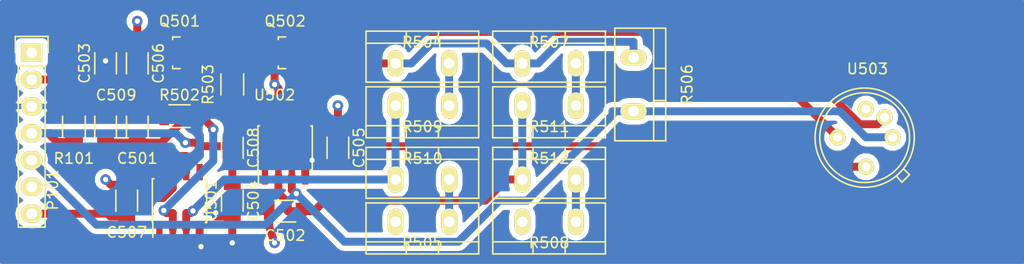
<source format=kicad_pcb>
(kicad_pcb (version 4) (host pcbnew 4.0.4+dfsg1-stable)

  (general
    (links 52)
    (no_connects 0)
    (area 42 29 139.000001 54.000001)
    (thickness 1.6)
    (drawings 0)
    (tracks 164)
    (zones 0)
    (modules 27)
    (nets 19)
  )

  (page A4)
  (layers
    (0 F.Cu signal)
    (1 In1.Cu signal hide)
    (2 In2.Cu signal hide)
    (31 B.Cu signal hide)
    (33 F.Adhes user hide)
    (35 F.Paste user hide)
    (36 B.SilkS user hide)
    (37 F.SilkS user hide)
    (38 B.Mask user)
    (39 F.Mask user hide)
    (40 Dwgs.User user hide)
    (41 Cmts.User user)
    (42 Eco1.User user)
    (43 Eco2.User user)
    (44 Edge.Cuts user)
    (45 Margin user hide)
    (47 F.CrtYd user hide)
    (49 F.Fab user hide)
  )

  (setup
    (last_trace_width 0.75)
    (trace_clearance 0.25)
    (zone_clearance 0.508)
    (zone_45_only no)
    (trace_min 0.2)
    (segment_width 0.2)
    (edge_width 0.1)
    (via_size 1)
    (via_drill 0.5)
    (via_min_size 0.4)
    (via_min_drill 0.3)
    (uvia_size 0.3)
    (uvia_drill 0.1)
    (uvias_allowed no)
    (uvia_min_size 0.2)
    (uvia_min_drill 0.1)
    (pcb_text_width 0.3)
    (pcb_text_size 1.5 1.5)
    (mod_edge_width 0.15)
    (mod_text_size 1 1)
    (mod_text_width 0.15)
    (pad_size 1.5 1.5)
    (pad_drill 0.6)
    (pad_to_mask_clearance 0)
    (aux_axis_origin 0 0)
    (grid_origin 63 33)
    (visible_elements FFFFFF7F)
    (pcbplotparams
      (layerselection 0x012a0_80000007)
      (usegerberextensions false)
      (excludeedgelayer true)
      (linewidth 0.100000)
      (plotframeref false)
      (viasonmask false)
      (mode 1)
      (useauxorigin false)
      (hpglpennumber 1)
      (hpglpenspeed 20)
      (hpglpendiameter 15)
      (hpglpenoverlay 2)
      (psnegative false)
      (psa4output false)
      (plotreference true)
      (plotvalue true)
      (plotinvisibletext false)
      (padsonsilk false)
      (subtractmaskfromsilk false)
      (outputformat 1)
      (mirror false)
      (drillshape 0)
      (scaleselection 1)
      (outputdirectory gerber/))
  )

  (net 0 "")
  (net 1 +VE)
  (net 2 -VE)
  (net 3 REF)
  (net 4 "Net-(C501-Pad1)")
  (net 5 "Net-(C501-Pad2)")
  (net 6 "Net-(C502-Pad1)")
  (net 7 "Net-(R502-Pad1)")
  (net 8 "Net-(R504-Pad2)")
  (net 9 "Net-(R505-Pad1)")
  (net 10 "Net-(Q502-Pad1)")
  (net 11 "Net-(R508-Pad1)")
  (net 12 "Net-(Q502-Pad2)")
  (net 13 "Net-(Q501-Pad2)")
  (net 14 "Net-(R503-Pad2)")
  (net 15 AGND)
  (net 16 H-GND)
  (net 17 "Net-(R507-Pad2)")
  (net 18 "Net-(R509-Pad2)")

  (net_class Default "This is the default net class."
    (clearance 0.25)
    (trace_width 0.75)
    (via_dia 1)
    (via_drill 0.5)
    (uvia_dia 0.3)
    (uvia_drill 0.1)
    (add_net +VE)
    (add_net -VE)
    (add_net AGND)
    (add_net H-GND)
    (add_net "Net-(C501-Pad1)")
    (add_net "Net-(C501-Pad2)")
    (add_net "Net-(C502-Pad1)")
    (add_net "Net-(Q501-Pad2)")
    (add_net "Net-(Q502-Pad1)")
    (add_net "Net-(Q502-Pad2)")
    (add_net "Net-(R502-Pad1)")
    (add_net "Net-(R503-Pad2)")
    (add_net "Net-(R504-Pad2)")
    (add_net "Net-(R505-Pad1)")
    (add_net "Net-(R507-Pad2)")
    (add_net "Net-(R508-Pad1)")
    (add_net "Net-(R509-Pad2)")
    (add_net REF)
  )

  (net_class power ""
    (clearance 0.5)
    (trace_width 1.5)
    (via_dia 1.5)
    (via_drill 0.75)
    (uvia_dia 0.3)
    (uvia_drill 0.1)
  )

  (module TO_SOT_Packages_SMD:SOT-23 (layer F.Cu) (tedit 58A3B4B0) (tstamp 5881A7E4)
    (at 59 34 90)
    (descr "SOT-23, Standard")
    (tags SOT-23)
    (path /588183EB/58836CA2)
    (attr smd)
    (fp_text reference Q501 (at 3 0 180) (layer F.SilkS)
      (effects (font (size 1 1) (thickness 0.15)))
    )
    (fp_text value MMBT3904 (at 0 2.3 90) (layer F.Fab)
      (effects (font (size 1 1) (thickness 0.15)))
    )
    (fp_line (start -1.65 -1.6) (end 1.65 -1.6) (layer F.CrtYd) (width 0.05))
    (fp_line (start 1.65 -1.6) (end 1.65 1.6) (layer F.CrtYd) (width 0.05))
    (fp_line (start 1.65 1.6) (end -1.65 1.6) (layer F.CrtYd) (width 0.05))
    (fp_line (start -1.65 1.6) (end -1.65 -1.6) (layer F.CrtYd) (width 0.05))
    (fp_line (start 1.29916 -0.65024) (end 1.2509 -0.65024) (layer F.SilkS) (width 0.15))
    (fp_line (start -1.49982 0.0508) (end -1.49982 -0.65024) (layer F.SilkS) (width 0.15))
    (fp_line (start -1.49982 -0.65024) (end -1.2509 -0.65024) (layer F.SilkS) (width 0.15))
    (fp_line (start 1.29916 -0.65024) (end 1.49982 -0.65024) (layer F.SilkS) (width 0.15))
    (fp_line (start 1.49982 -0.65024) (end 1.49982 0.0508) (layer F.SilkS) (width 0.15))
    (pad 1 smd rect (at -0.95 1.00076 90) (size 0.8001 0.8001) (layers F.Cu F.Paste F.Mask)
      (net 5 "Net-(C501-Pad2)"))
    (pad 2 smd rect (at 0.95 1.00076 90) (size 0.8001 0.8001) (layers F.Cu F.Paste F.Mask)
      (net 13 "Net-(Q501-Pad2)"))
    (pad 3 smd rect (at 0 -0.99822 90) (size 0.8001 0.8001) (layers F.Cu F.Paste F.Mask)
      (net 1 +VE))
    (model TO_SOT_Packages_SMD.3dshapes/SOT-23.wrl
      (at (xyz 0 0 0))
      (scale (xyz 1 1 1))
      (rotate (xyz 0 0 0))
    )
  )

  (module Capacitors_SMD:C_1206 (layer F.Cu) (tedit 58A3B426) (tstamp 58819BBD)
    (at 55 41 270)
    (descr "Capacitor SMD 1206, reflow soldering, AVX (see smccp.pdf)")
    (tags "capacitor 1206")
    (path /588183EB/5881B5FE)
    (attr smd)
    (fp_text reference C501 (at 3 0 360) (layer F.SilkS)
      (effects (font (size 1 1) (thickness 0.15)))
    )
    (fp_text value 10uF (at 0 2.3 270) (layer F.Fab)
      (effects (font (size 1 1) (thickness 0.15)))
    )
    (fp_line (start -2.3 -1.15) (end 2.3 -1.15) (layer F.CrtYd) (width 0.05))
    (fp_line (start -2.3 1.15) (end 2.3 1.15) (layer F.CrtYd) (width 0.05))
    (fp_line (start -2.3 -1.15) (end -2.3 1.15) (layer F.CrtYd) (width 0.05))
    (fp_line (start 2.3 -1.15) (end 2.3 1.15) (layer F.CrtYd) (width 0.05))
    (fp_line (start 1 -1.025) (end -1 -1.025) (layer F.SilkS) (width 0.15))
    (fp_line (start -1 1.025) (end 1 1.025) (layer F.SilkS) (width 0.15))
    (pad 1 smd rect (at -1.5 0 270) (size 1 1.6) (layers F.Cu F.Paste F.Mask)
      (net 4 "Net-(C501-Pad1)"))
    (pad 2 smd rect (at 1.5 0 270) (size 1 1.6) (layers F.Cu F.Paste F.Mask)
      (net 5 "Net-(C501-Pad2)"))
    (model Capacitors_SMD.3dshapes/C_1206.wrl
      (at (xyz 0 0 0))
      (scale (xyz 1 1 1))
      (rotate (xyz 0 0 0))
    )
  )

  (module Capacitors_SMD:C_1206 (layer F.Cu) (tedit 5415D7BD) (tstamp 58819BC9)
    (at 69 49 180)
    (descr "Capacitor SMD 1206, reflow soldering, AVX (see smccp.pdf)")
    (tags "capacitor 1206")
    (path /588183EB/58818A1F)
    (attr smd)
    (fp_text reference C502 (at 0 -2.3 180) (layer F.SilkS)
      (effects (font (size 1 1) (thickness 0.15)))
    )
    (fp_text value 10p (at 0 2.3 180) (layer F.Fab)
      (effects (font (size 1 1) (thickness 0.15)))
    )
    (fp_line (start -2.3 -1.15) (end 2.3 -1.15) (layer F.CrtYd) (width 0.05))
    (fp_line (start -2.3 1.15) (end 2.3 1.15) (layer F.CrtYd) (width 0.05))
    (fp_line (start -2.3 -1.15) (end -2.3 1.15) (layer F.CrtYd) (width 0.05))
    (fp_line (start 2.3 -1.15) (end 2.3 1.15) (layer F.CrtYd) (width 0.05))
    (fp_line (start 1 -1.025) (end -1 -1.025) (layer F.SilkS) (width 0.15))
    (fp_line (start -1 1.025) (end 1 1.025) (layer F.SilkS) (width 0.15))
    (pad 1 smd rect (at -1.5 0 180) (size 1 1.6) (layers F.Cu F.Paste F.Mask)
      (net 6 "Net-(C502-Pad1)"))
    (pad 2 smd rect (at 1.5 0 180) (size 1 1.6) (layers F.Cu F.Paste F.Mask)
      (net 15 AGND))
    (model Capacitors_SMD.3dshapes/C_1206.wrl
      (at (xyz 0 0 0))
      (scale (xyz 1 1 1))
      (rotate (xyz 0 0 0))
    )
  )

  (module Capacitors_SMD:C_1206 (layer F.Cu) (tedit 58A3B44A) (tstamp 58819BD5)
    (at 52 35 270)
    (descr "Capacitor SMD 1206, reflow soldering, AVX (see smccp.pdf)")
    (tags "capacitor 1206")
    (path /588183EB/5882E339)
    (attr smd)
    (fp_text reference C503 (at 0 2 270) (layer F.SilkS)
      (effects (font (size 1 1) (thickness 0.15)))
    )
    (fp_text value 10uF (at 0 2.3 270) (layer F.Fab)
      (effects (font (size 1 1) (thickness 0.15)))
    )
    (fp_line (start -2.3 -1.15) (end 2.3 -1.15) (layer F.CrtYd) (width 0.05))
    (fp_line (start -2.3 1.15) (end 2.3 1.15) (layer F.CrtYd) (width 0.05))
    (fp_line (start -2.3 -1.15) (end -2.3 1.15) (layer F.CrtYd) (width 0.05))
    (fp_line (start 2.3 -1.15) (end 2.3 1.15) (layer F.CrtYd) (width 0.05))
    (fp_line (start 1 -1.025) (end -1 -1.025) (layer F.SilkS) (width 0.15))
    (fp_line (start -1 1.025) (end 1 1.025) (layer F.SilkS) (width 0.15))
    (pad 1 smd rect (at -1.5 0 270) (size 1 1.6) (layers F.Cu F.Paste F.Mask)
      (net 2 -VE))
    (pad 2 smd rect (at 1.5 0 270) (size 1 1.6) (layers F.Cu F.Paste F.Mask)
      (net 15 AGND))
    (model Capacitors_SMD.3dshapes/C_1206.wrl
      (at (xyz 0 0 0))
      (scale (xyz 1 1 1))
      (rotate (xyz 0 0 0))
    )
  )

  (module Capacitors_SMD:C_1206 (layer F.Cu) (tedit 58A3B348) (tstamp 58819BE1)
    (at 64 48 90)
    (descr "Capacitor SMD 1206, reflow soldering, AVX (see smccp.pdf)")
    (tags "capacitor 1206")
    (path /588183EB/5882E3A9)
    (attr smd)
    (fp_text reference C504 (at 0 2 90) (layer F.SilkS)
      (effects (font (size 1 1) (thickness 0.15)))
    )
    (fp_text value 0.1uF (at 0 2.3 90) (layer F.Fab)
      (effects (font (size 1 1) (thickness 0.15)))
    )
    (fp_line (start -2.3 -1.15) (end 2.3 -1.15) (layer F.CrtYd) (width 0.05))
    (fp_line (start -2.3 1.15) (end 2.3 1.15) (layer F.CrtYd) (width 0.05))
    (fp_line (start -2.3 -1.15) (end -2.3 1.15) (layer F.CrtYd) (width 0.05))
    (fp_line (start 2.3 -1.15) (end 2.3 1.15) (layer F.CrtYd) (width 0.05))
    (fp_line (start 1 -1.025) (end -1 -1.025) (layer F.SilkS) (width 0.15))
    (fp_line (start -1 1.025) (end 1 1.025) (layer F.SilkS) (width 0.15))
    (pad 1 smd rect (at -1.5 0 90) (size 1 1.6) (layers F.Cu F.Paste F.Mask)
      (net 2 -VE))
    (pad 2 smd rect (at 1.5 0 90) (size 1 1.6) (layers F.Cu F.Paste F.Mask)
      (net 15 AGND))
    (model Capacitors_SMD.3dshapes/C_1206.wrl
      (at (xyz 0 0 0))
      (scale (xyz 1 1 1))
      (rotate (xyz 0 0 0))
    )
  )

  (module Capacitors_SMD:C_1206 (layer F.Cu) (tedit 58A3B324) (tstamp 58819BED)
    (at 74 43 90)
    (descr "Capacitor SMD 1206, reflow soldering, AVX (see smccp.pdf)")
    (tags "capacitor 1206")
    (path /588183EB/5882E405)
    (attr smd)
    (fp_text reference C505 (at 0 2 90) (layer F.SilkS)
      (effects (font (size 1 1) (thickness 0.15)))
    )
    (fp_text value 0.1uF (at 0 2.3 90) (layer F.Fab)
      (effects (font (size 1 1) (thickness 0.15)))
    )
    (fp_line (start -2.3 -1.15) (end 2.3 -1.15) (layer F.CrtYd) (width 0.05))
    (fp_line (start -2.3 1.15) (end 2.3 1.15) (layer F.CrtYd) (width 0.05))
    (fp_line (start -2.3 -1.15) (end -2.3 1.15) (layer F.CrtYd) (width 0.05))
    (fp_line (start 2.3 -1.15) (end 2.3 1.15) (layer F.CrtYd) (width 0.05))
    (fp_line (start 1 -1.025) (end -1 -1.025) (layer F.SilkS) (width 0.15))
    (fp_line (start -1 1.025) (end 1 1.025) (layer F.SilkS) (width 0.15))
    (pad 1 smd rect (at -1.5 0 90) (size 1 1.6) (layers F.Cu F.Paste F.Mask)
      (net 2 -VE))
    (pad 2 smd rect (at 1.5 0 90) (size 1 1.6) (layers F.Cu F.Paste F.Mask)
      (net 15 AGND))
    (model Capacitors_SMD.3dshapes/C_1206.wrl
      (at (xyz 0 0 0))
      (scale (xyz 1 1 1))
      (rotate (xyz 0 0 0))
    )
  )

  (module Resistors_SMD:R_1206 (layer F.Cu) (tedit 58A3B39E) (tstamp 58819C25)
    (at 59 40 180)
    (descr "Resistor SMD 1206, reflow soldering, Vishay (see dcrcw.pdf)")
    (tags "resistor 1206")
    (path /588183EB/5881B509)
    (attr smd)
    (fp_text reference R502 (at 0 2 180) (layer F.SilkS)
      (effects (font (size 1 1) (thickness 0.15)))
    )
    (fp_text value 1M (at 0 2.3 180) (layer F.Fab)
      (effects (font (size 1 1) (thickness 0.15)))
    )
    (fp_line (start -2.2 -1.2) (end 2.2 -1.2) (layer F.CrtYd) (width 0.05))
    (fp_line (start -2.2 1.2) (end 2.2 1.2) (layer F.CrtYd) (width 0.05))
    (fp_line (start -2.2 -1.2) (end -2.2 1.2) (layer F.CrtYd) (width 0.05))
    (fp_line (start 2.2 -1.2) (end 2.2 1.2) (layer F.CrtYd) (width 0.05))
    (fp_line (start 1 1.075) (end -1 1.075) (layer F.SilkS) (width 0.15))
    (fp_line (start -1 -1.075) (end 1 -1.075) (layer F.SilkS) (width 0.15))
    (pad 1 smd rect (at -1.45 0 180) (size 0.9 1.7) (layers F.Cu F.Paste F.Mask)
      (net 7 "Net-(R502-Pad1)"))
    (pad 2 smd rect (at 1.45 0 180) (size 0.9 1.7) (layers F.Cu F.Paste F.Mask)
      (net 4 "Net-(C501-Pad1)"))
    (model Resistors_SMD.3dshapes/R_1206.wrl
      (at (xyz 0 0 0))
      (scale (xyz 1 1 1))
      (rotate (xyz 0 0 0))
    )
  )

  (module Resistors_SMD:R_1206 (layer F.Cu) (tedit 5415CFA7) (tstamp 58819C31)
    (at 64 37 90)
    (descr "Resistor SMD 1206, reflow soldering, Vishay (see dcrcw.pdf)")
    (tags "resistor 1206")
    (path /588183EB/5881B3DC)
    (attr smd)
    (fp_text reference R503 (at 0 -2.3 90) (layer F.SilkS)
      (effects (font (size 1 1) (thickness 0.15)))
    )
    (fp_text value 10k (at 0 2.3 90) (layer F.Fab)
      (effects (font (size 1 1) (thickness 0.15)))
    )
    (fp_line (start -2.2 -1.2) (end 2.2 -1.2) (layer F.CrtYd) (width 0.05))
    (fp_line (start -2.2 1.2) (end 2.2 1.2) (layer F.CrtYd) (width 0.05))
    (fp_line (start -2.2 -1.2) (end -2.2 1.2) (layer F.CrtYd) (width 0.05))
    (fp_line (start 2.2 -1.2) (end 2.2 1.2) (layer F.CrtYd) (width 0.05))
    (fp_line (start 1 1.075) (end -1 1.075) (layer F.SilkS) (width 0.15))
    (fp_line (start -1 -1.075) (end 1 -1.075) (layer F.SilkS) (width 0.15))
    (pad 1 smd rect (at -1.45 0 90) (size 0.9 1.7) (layers F.Cu F.Paste F.Mask)
      (net 7 "Net-(R502-Pad1)"))
    (pad 2 smd rect (at 1.45 0 90) (size 0.9 1.7) (layers F.Cu F.Paste F.Mask)
      (net 14 "Net-(R503-Pad2)"))
    (model Resistors_SMD.3dshapes/R_1206.wrl
      (at (xyz 0 0 0))
      (scale (xyz 1 1 1))
      (rotate (xyz 0 0 0))
    )
  )

  (module Housings_SOIC:SOIC-8_3.9x4.9mm_Pitch1.27mm (layer F.Cu) (tedit 58A3B408) (tstamp 58819CB2)
    (at 59 48 90)
    (descr "8-Lead Plastic Small Outline (SN) - Narrow, 3.90 mm Body [SOIC] (see Microchip Packaging Specification 00000049BS.pdf)")
    (tags "SOIC 1.27")
    (path /588183EB/5881A522)
    (attr smd)
    (fp_text reference U501 (at 0 3 270) (layer F.SilkS)
      (effects (font (size 1 1) (thickness 0.15)))
    )
    (fp_text value LM741 (at 0 3.5 90) (layer F.Fab)
      (effects (font (size 1 1) (thickness 0.15)))
    )
    (fp_circle (center -1.5 -2) (end -1.75 -2) (layer F.Fab) (width 0.15))
    (fp_line (start -1.95 -2.45) (end -1.95 2.45) (layer F.Fab) (width 0.15))
    (fp_line (start 1.95 -2.45) (end -1.95 -2.45) (layer F.Fab) (width 0.15))
    (fp_line (start 1.95 2.45) (end 1.95 -2.45) (layer F.Fab) (width 0.15))
    (fp_line (start -1.95 2.45) (end 1.95 2.45) (layer F.Fab) (width 0.15))
    (fp_line (start -3.75 -2.75) (end -3.75 2.75) (layer F.CrtYd) (width 0.05))
    (fp_line (start 3.75 -2.75) (end 3.75 2.75) (layer F.CrtYd) (width 0.05))
    (fp_line (start -3.75 -2.75) (end 3.75 -2.75) (layer F.CrtYd) (width 0.05))
    (fp_line (start -3.75 2.75) (end 3.75 2.75) (layer F.CrtYd) (width 0.05))
    (fp_line (start -2.075 -2.575) (end -2.075 -2.525) (layer F.SilkS) (width 0.15))
    (fp_line (start 2.075 -2.575) (end 2.075 -2.43) (layer F.SilkS) (width 0.15))
    (fp_line (start 2.075 2.575) (end 2.075 2.43) (layer F.SilkS) (width 0.15))
    (fp_line (start -2.075 2.575) (end -2.075 2.43) (layer F.SilkS) (width 0.15))
    (fp_line (start -2.075 -2.575) (end 2.075 -2.575) (layer F.SilkS) (width 0.15))
    (fp_line (start -2.075 2.575) (end 2.075 2.575) (layer F.SilkS) (width 0.15))
    (fp_line (start -2.075 -2.525) (end -3.475 -2.525) (layer F.SilkS) (width 0.15))
    (pad 1 smd rect (at -2.7 -1.905 90) (size 1.55 0.6) (layers F.Cu F.Paste F.Mask))
    (pad 2 smd rect (at -2.7 -0.635 90) (size 1.55 0.6) (layers F.Cu F.Paste F.Mask)
      (net 7 "Net-(R502-Pad1)"))
    (pad 3 smd rect (at -2.7 0.635 90) (size 1.55 0.6) (layers F.Cu F.Paste F.Mask)
      (net 18 "Net-(R509-Pad2)"))
    (pad 4 smd rect (at -2.7 1.905 90) (size 1.55 0.6) (layers F.Cu F.Paste F.Mask)
      (net 2 -VE))
    (pad 5 smd rect (at 2.7 1.905 90) (size 1.55 0.6) (layers F.Cu F.Paste F.Mask))
    (pad 6 smd rect (at 2.7 0.635 90) (size 1.55 0.6) (layers F.Cu F.Paste F.Mask)
      (net 5 "Net-(C501-Pad2)"))
    (pad 7 smd rect (at 2.7 -0.635 90) (size 1.55 0.6) (layers F.Cu F.Paste F.Mask)
      (net 1 +VE))
    (pad 8 smd rect (at 2.7 -1.905 90) (size 1.55 0.6) (layers F.Cu F.Paste F.Mask))
    (model Housings_SOIC.3dshapes/SOIC-8_3.9x4.9mm_Pitch1.27mm.wrl
      (at (xyz 0 0 0))
      (scale (xyz 1 1 1))
      (rotate (xyz 0 0 0))
    )
  )

  (module Housings_SOIC:SOIC-8_3.9x4.9mm_Pitch1.27mm (layer F.Cu) (tedit 58A3B3EA) (tstamp 58819CCE)
    (at 69 43 90)
    (descr "8-Lead Plastic Small Outline (SN) - Narrow, 3.90 mm Body [SOIC] (see Microchip Packaging Specification 00000049BS.pdf)")
    (tags "SOIC 1.27")
    (path /588183EB/588183F4)
    (attr smd)
    (fp_text reference U502 (at 5 -1 180) (layer F.SilkS)
      (effects (font (size 1 1) (thickness 0.15)))
    )
    (fp_text value LM741 (at 0 3.5 90) (layer F.Fab)
      (effects (font (size 1 1) (thickness 0.15)))
    )
    (fp_circle (center -1.5 -2) (end -1.75 -2) (layer F.Fab) (width 0.15))
    (fp_line (start -1.95 -2.45) (end -1.95 2.45) (layer F.Fab) (width 0.15))
    (fp_line (start 1.95 -2.45) (end -1.95 -2.45) (layer F.Fab) (width 0.15))
    (fp_line (start 1.95 2.45) (end 1.95 -2.45) (layer F.Fab) (width 0.15))
    (fp_line (start -1.95 2.45) (end 1.95 2.45) (layer F.Fab) (width 0.15))
    (fp_line (start -3.75 -2.75) (end -3.75 2.75) (layer F.CrtYd) (width 0.05))
    (fp_line (start 3.75 -2.75) (end 3.75 2.75) (layer F.CrtYd) (width 0.05))
    (fp_line (start -3.75 -2.75) (end 3.75 -2.75) (layer F.CrtYd) (width 0.05))
    (fp_line (start -3.75 2.75) (end 3.75 2.75) (layer F.CrtYd) (width 0.05))
    (fp_line (start -2.075 -2.575) (end -2.075 -2.525) (layer F.SilkS) (width 0.15))
    (fp_line (start 2.075 -2.575) (end 2.075 -2.43) (layer F.SilkS) (width 0.15))
    (fp_line (start 2.075 2.575) (end 2.075 2.43) (layer F.SilkS) (width 0.15))
    (fp_line (start -2.075 2.575) (end -2.075 2.43) (layer F.SilkS) (width 0.15))
    (fp_line (start -2.075 -2.575) (end 2.075 -2.575) (layer F.SilkS) (width 0.15))
    (fp_line (start -2.075 2.575) (end 2.075 2.575) (layer F.SilkS) (width 0.15))
    (fp_line (start -2.075 -2.525) (end -3.475 -2.525) (layer F.SilkS) (width 0.15))
    (pad 1 smd rect (at -2.7 -1.905 90) (size 1.55 0.6) (layers F.Cu F.Paste F.Mask))
    (pad 2 smd rect (at -2.7 -0.635 90) (size 1.55 0.6) (layers F.Cu F.Paste F.Mask)
      (net 6 "Net-(C502-Pad1)"))
    (pad 3 smd rect (at -2.7 0.635 90) (size 1.55 0.6) (layers F.Cu F.Paste F.Mask)
      (net 3 REF))
    (pad 4 smd rect (at -2.7 1.905 90) (size 1.55 0.6) (layers F.Cu F.Paste F.Mask)
      (net 2 -VE))
    (pad 5 smd rect (at 2.7 1.905 90) (size 1.55 0.6) (layers F.Cu F.Paste F.Mask))
    (pad 6 smd rect (at 2.7 0.635 90) (size 1.55 0.6) (layers F.Cu F.Paste F.Mask)
      (net 10 "Net-(Q502-Pad1)"))
    (pad 7 smd rect (at 2.7 -0.635 90) (size 1.55 0.6) (layers F.Cu F.Paste F.Mask)
      (net 1 +VE))
    (pad 8 smd rect (at 2.7 -1.905 90) (size 1.55 0.6) (layers F.Cu F.Paste F.Mask))
    (model Housings_SOIC.3dshapes/SOIC-8_3.9x4.9mm_Pitch1.27mm.wrl
      (at (xyz 0 0 0))
      (scale (xyz 1 1 1))
      (rotate (xyz 0 0 0))
    )
  )

  (module TO_SOT_Packages_SMD:SOT-23 (layer F.Cu) (tedit 58A3B468) (tstamp 5881A7F4)
    (at 69 34 90)
    (descr "SOT-23, Standard")
    (tags SOT-23)
    (path /588183EB/58835E41)
    (attr smd)
    (fp_text reference Q502 (at 3 0 180) (layer F.SilkS)
      (effects (font (size 1 1) (thickness 0.15)))
    )
    (fp_text value MMBT3904 (at 0 2.3 90) (layer F.Fab)
      (effects (font (size 1 1) (thickness 0.15)))
    )
    (fp_line (start -1.65 -1.6) (end 1.65 -1.6) (layer F.CrtYd) (width 0.05))
    (fp_line (start 1.65 -1.6) (end 1.65 1.6) (layer F.CrtYd) (width 0.05))
    (fp_line (start 1.65 1.6) (end -1.65 1.6) (layer F.CrtYd) (width 0.05))
    (fp_line (start -1.65 1.6) (end -1.65 -1.6) (layer F.CrtYd) (width 0.05))
    (fp_line (start 1.29916 -0.65024) (end 1.2509 -0.65024) (layer F.SilkS) (width 0.15))
    (fp_line (start -1.49982 0.0508) (end -1.49982 -0.65024) (layer F.SilkS) (width 0.15))
    (fp_line (start -1.49982 -0.65024) (end -1.2509 -0.65024) (layer F.SilkS) (width 0.15))
    (fp_line (start 1.29916 -0.65024) (end 1.49982 -0.65024) (layer F.SilkS) (width 0.15))
    (fp_line (start 1.49982 -0.65024) (end 1.49982 0.0508) (layer F.SilkS) (width 0.15))
    (pad 1 smd rect (at -0.95 1.00076 90) (size 0.8001 0.8001) (layers F.Cu F.Paste F.Mask)
      (net 10 "Net-(Q502-Pad1)"))
    (pad 2 smd rect (at 0.95 1.00076 90) (size 0.8001 0.8001) (layers F.Cu F.Paste F.Mask)
      (net 12 "Net-(Q502-Pad2)"))
    (pad 3 smd rect (at 0 -0.99822 90) (size 0.8001 0.8001) (layers F.Cu F.Paste F.Mask)
      (net 1 +VE))
    (model TO_SOT_Packages_SMD.3dshapes/SOT-23.wrl
      (at (xyz 0 0 0))
      (scale (xyz 1 1 1))
      (rotate (xyz 0 0 0))
    )
  )

  (module Resistors_ThroughHole:Resistor_TO-220_Vertical (layer F.Cu) (tedit 58A39218) (tstamp 5881C482)
    (at 82 35)
    (descr "Resistor, TO-220, Vertical,")
    (tags "Resistor, TO-220, Vertical,")
    (path /588183EB/58819A67)
    (fp_text reference R504 (at 0 -2) (layer F.SilkS)
      (effects (font (size 1 1) (thickness 0.15)))
    )
    (fp_text value 1k (at 0 1.016) (layer F.Fab)
      (effects (font (size 1 1) (thickness 0.15)))
    )
    (fp_line (start -1.524 -3.048) (end -1.524 -1.905) (layer F.SilkS) (width 0.15))
    (fp_line (start 1.524 -3.048) (end 1.524 -1.905) (layer F.SilkS) (width 0.15))
    (fp_line (start 5.334 -1.905) (end 5.334 1.778) (layer F.SilkS) (width 0.15))
    (fp_line (start 5.334 1.778) (end -5.334 1.778) (layer F.SilkS) (width 0.15))
    (fp_line (start -5.334 1.778) (end -5.334 -1.905) (layer F.SilkS) (width 0.15))
    (fp_line (start 5.334 -3.048) (end 5.334 -1.905) (layer F.SilkS) (width 0.15))
    (fp_line (start 5.334 -1.905) (end -5.334 -1.905) (layer F.SilkS) (width 0.15))
    (fp_line (start -5.334 -1.905) (end -5.334 -3.048) (layer F.SilkS) (width 0.15))
    (fp_line (start 0 -3.048) (end -5.334 -3.048) (layer F.SilkS) (width 0.15))
    (fp_line (start 0 -3.048) (end 5.334 -3.048) (layer F.SilkS) (width 0.15))
    (pad 1 thru_hole oval (at -2.54 0 90) (size 2.49936 1.50114) (drill 1.00076) (layers *.Cu *.Mask F.SilkS)
      (net 12 "Net-(Q502-Pad2)"))
    (pad 2 thru_hole oval (at 2.54 0 90) (size 2.49936 1.50114) (drill 1.00076) (layers *.Cu *.Mask F.SilkS)
      (net 8 "Net-(R504-Pad2)"))
  )

  (module Resistors_ThroughHole:Resistor_TO-220_Vertical (layer F.Cu) (tedit 58A391CA) (tstamp 5881C491)
    (at 82 50 180)
    (descr "Resistor, TO-220, Vertical,")
    (tags "Resistor, TO-220, Vertical,")
    (path /588183EB/58819B03)
    (fp_text reference R505 (at 0 -2 180) (layer F.SilkS)
      (effects (font (size 1 1) (thickness 0.15)))
    )
    (fp_text value 10k (at 0 0 180) (layer F.Fab)
      (effects (font (size 1 1) (thickness 0.15)))
    )
    (fp_line (start -1.524 -3.048) (end -1.524 -1.905) (layer F.SilkS) (width 0.15))
    (fp_line (start 1.524 -3.048) (end 1.524 -1.905) (layer F.SilkS) (width 0.15))
    (fp_line (start 5.334 -1.905) (end 5.334 1.778) (layer F.SilkS) (width 0.15))
    (fp_line (start 5.334 1.778) (end -5.334 1.778) (layer F.SilkS) (width 0.15))
    (fp_line (start -5.334 1.778) (end -5.334 -1.905) (layer F.SilkS) (width 0.15))
    (fp_line (start 5.334 -3.048) (end 5.334 -1.905) (layer F.SilkS) (width 0.15))
    (fp_line (start 5.334 -1.905) (end -5.334 -1.905) (layer F.SilkS) (width 0.15))
    (fp_line (start -5.334 -1.905) (end -5.334 -3.048) (layer F.SilkS) (width 0.15))
    (fp_line (start 0 -3.048) (end -5.334 -3.048) (layer F.SilkS) (width 0.15))
    (fp_line (start 0 -3.048) (end 5.334 -3.048) (layer F.SilkS) (width 0.15))
    (pad 1 thru_hole oval (at -2.54 0 270) (size 2.49936 1.50114) (drill 1.00076) (layers *.Cu *.Mask F.SilkS)
      (net 9 "Net-(R505-Pad1)"))
    (pad 2 thru_hole oval (at 2.54 0 270) (size 2.49936 1.50114) (drill 1.00076) (layers *.Cu *.Mask F.SilkS)
      (net 15 AGND))
  )

  (module Resistors_ThroughHole:Resistor_TO-220_Vertical (layer F.Cu) (tedit 5881BCA2) (tstamp 5881C4A0)
    (at 102 37 270)
    (descr "Resistor, TO-220, Vertical,")
    (tags "Resistor, TO-220, Vertical,")
    (path /588183EB/5881872C)
    (fp_text reference R506 (at 0 -5.08 270) (layer F.SilkS)
      (effects (font (size 1 1) (thickness 0.15)))
    )
    (fp_text value 100 (at 0 0.508 270) (layer F.Fab)
      (effects (font (size 1 1) (thickness 0.15)))
    )
    (fp_line (start -1.524 -3.048) (end -1.524 -1.905) (layer F.SilkS) (width 0.15))
    (fp_line (start 1.524 -3.048) (end 1.524 -1.905) (layer F.SilkS) (width 0.15))
    (fp_line (start 5.334 -1.905) (end 5.334 1.778) (layer F.SilkS) (width 0.15))
    (fp_line (start 5.334 1.778) (end -5.334 1.778) (layer F.SilkS) (width 0.15))
    (fp_line (start -5.334 1.778) (end -5.334 -1.905) (layer F.SilkS) (width 0.15))
    (fp_line (start 5.334 -3.048) (end 5.334 -1.905) (layer F.SilkS) (width 0.15))
    (fp_line (start 5.334 -1.905) (end -5.334 -1.905) (layer F.SilkS) (width 0.15))
    (fp_line (start -5.334 -1.905) (end -5.334 -3.048) (layer F.SilkS) (width 0.15))
    (fp_line (start 0 -3.048) (end -5.334 -3.048) (layer F.SilkS) (width 0.15))
    (fp_line (start 0 -3.048) (end 5.334 -3.048) (layer F.SilkS) (width 0.15))
    (pad 1 thru_hole oval (at -2.54 0) (size 2.49936 1.50114) (drill 1.00076) (layers *.Cu *.Mask F.SilkS)
      (net 12 "Net-(Q502-Pad2)"))
    (pad 2 thru_hole oval (at 2.54 0) (size 2.49936 1.50114) (drill 1.00076) (layers *.Cu *.Mask F.SilkS)
      (net 3 REF))
  )

  (module Resistors_ThroughHole:Resistor_TO-220_Vertical (layer F.Cu) (tedit 58A39212) (tstamp 5881C4AF)
    (at 94 35)
    (descr "Resistor, TO-220, Vertical,")
    (tags "Resistor, TO-220, Vertical,")
    (path /588183EB/588184DE)
    (fp_text reference R507 (at 0 -2) (layer F.SilkS)
      (effects (font (size 1 1) (thickness 0.15)))
    )
    (fp_text value 5.1k (at 0 0) (layer F.Fab)
      (effects (font (size 1 1) (thickness 0.15)))
    )
    (fp_line (start -1.524 -3.048) (end -1.524 -1.905) (layer F.SilkS) (width 0.15))
    (fp_line (start 1.524 -3.048) (end 1.524 -1.905) (layer F.SilkS) (width 0.15))
    (fp_line (start 5.334 -1.905) (end 5.334 1.778) (layer F.SilkS) (width 0.15))
    (fp_line (start 5.334 1.778) (end -5.334 1.778) (layer F.SilkS) (width 0.15))
    (fp_line (start -5.334 1.778) (end -5.334 -1.905) (layer F.SilkS) (width 0.15))
    (fp_line (start 5.334 -3.048) (end 5.334 -1.905) (layer F.SilkS) (width 0.15))
    (fp_line (start 5.334 -1.905) (end -5.334 -1.905) (layer F.SilkS) (width 0.15))
    (fp_line (start -5.334 -1.905) (end -5.334 -3.048) (layer F.SilkS) (width 0.15))
    (fp_line (start 0 -3.048) (end -5.334 -3.048) (layer F.SilkS) (width 0.15))
    (fp_line (start 0 -3.048) (end 5.334 -3.048) (layer F.SilkS) (width 0.15))
    (pad 1 thru_hole oval (at -2.54 0 90) (size 2.49936 1.50114) (drill 1.00076) (layers *.Cu *.Mask F.SilkS)
      (net 12 "Net-(Q502-Pad2)"))
    (pad 2 thru_hole oval (at 2.54 0 90) (size 2.49936 1.50114) (drill 1.00076) (layers *.Cu *.Mask F.SilkS)
      (net 17 "Net-(R507-Pad2)"))
  )

  (module Resistors_ThroughHole:Resistor_TO-220_Vertical (layer F.Cu) (tedit 58A391CF) (tstamp 5881C4BE)
    (at 94 50 180)
    (descr "Resistor, TO-220, Vertical,")
    (tags "Resistor, TO-220, Vertical,")
    (path /588183EB/5881849D)
    (fp_text reference R508 (at 0 -2 180) (layer F.SilkS)
      (effects (font (size 1 1) (thickness 0.15)))
    )
    (fp_text value 10k (at 0 0 180) (layer F.Fab)
      (effects (font (size 1 1) (thickness 0.15)))
    )
    (fp_line (start -1.524 -3.048) (end -1.524 -1.905) (layer F.SilkS) (width 0.15))
    (fp_line (start 1.524 -3.048) (end 1.524 -1.905) (layer F.SilkS) (width 0.15))
    (fp_line (start 5.334 -1.905) (end 5.334 1.778) (layer F.SilkS) (width 0.15))
    (fp_line (start 5.334 1.778) (end -5.334 1.778) (layer F.SilkS) (width 0.15))
    (fp_line (start -5.334 1.778) (end -5.334 -1.905) (layer F.SilkS) (width 0.15))
    (fp_line (start 5.334 -3.048) (end 5.334 -1.905) (layer F.SilkS) (width 0.15))
    (fp_line (start 5.334 -1.905) (end -5.334 -1.905) (layer F.SilkS) (width 0.15))
    (fp_line (start -5.334 -1.905) (end -5.334 -3.048) (layer F.SilkS) (width 0.15))
    (fp_line (start 0 -3.048) (end -5.334 -3.048) (layer F.SilkS) (width 0.15))
    (fp_line (start 0 -3.048) (end 5.334 -3.048) (layer F.SilkS) (width 0.15))
    (pad 1 thru_hole oval (at -2.54 0 270) (size 2.49936 1.50114) (drill 1.00076) (layers *.Cu *.Mask F.SilkS)
      (net 11 "Net-(R508-Pad1)"))
    (pad 2 thru_hole oval (at 2.54 0 270) (size 2.49936 1.50114) (drill 1.00076) (layers *.Cu *.Mask F.SilkS)
      (net 15 AGND))
  )

  (module footprint:TO-5_Housing_2DW232_5Pin (layer F.Cu) (tedit 58A39392) (tstamp 588297A9)
    (at 124 42)
    (descr "TO-78, 8 Pin,")
    (tags "TO-78, 8 Pin,")
    (path /588183EB/5882A469)
    (fp_text reference U503 (at 0.15 -6.475) (layer F.SilkS)
      (effects (font (size 1 1) (thickness 0.15)))
    )
    (fp_text value 2DW232 (at 0 8) (layer F.Fab)
      (effects (font (size 1 1) (thickness 0.15)))
    )
    (fp_line (start 3.7625 3.9125) (end 3.4125 4.2625) (layer F.SilkS) (width 0.15))
    (fp_line (start 3.4125 4.2625) (end 2.9125 3.6875) (layer F.SilkS) (width 0.15))
    (fp_line (start 3.7625 3.9125) (end 4.1375 3.5375) (layer F.SilkS) (width 0.15))
    (fp_line (start 4.1375 3.5375) (end 3.5875 3.0125) (layer F.SilkS) (width 0.15))
    (fp_circle (center -0.1125 0.0375) (end -0.1125 -4.2125) (layer F.SilkS) (width 0.15))
    (fp_circle (center -0.1125 0.0375) (end -0.1125 -4.6625) (layer F.SilkS) (width 0.15))
    (pad 3 thru_hole circle (at -2.667 0 90) (size 1.524 1.524) (drill 0.85) (layers *.Cu *.Mask F.SilkS)
      (net 14 "Net-(R503-Pad2)"))
    (pad 5 thru_hole circle (at 0 2.794 90) (size 1.524 1.524) (drill 0.85) (layers *.Cu *.Mask F.SilkS)
      (net 16 H-GND))
    (pad 1 thru_hole circle (at 2.54 0 90) (size 1.524 1.524) (drill 0.85) (layers *.Cu *.Mask F.SilkS)
      (net 3 REF))
    (pad 2 thru_hole circle (at 0 -2.667 90) (size 1.524 1.524) (drill 0.85) (layers *.Cu *.Mask F.SilkS)
      (net 15 AGND))
    (pad 4 thru_hole circle (at 1.778 -1.905 90) (size 1.524 1.524) (drill 0.85) (layers *.Cu *.Mask F.SilkS)
      (net 13 "Net-(Q501-Pad2)"))
    (model TO_SOT_Packages_THT.3dshapes/TO-78_Housing_8Pin.wrl
      (at (xyz 0 0 0))
      (scale (xyz 0.3937 0.3937 0.3937))
      (rotate (xyz 0 0 0))
    )
  )

  (module Capacitors_SMD:C_1206 (layer F.Cu) (tedit 58A3B457) (tstamp 5882B6F0)
    (at 55 35 270)
    (descr "Capacitor SMD 1206, reflow soldering, AVX (see smccp.pdf)")
    (tags "capacitor 1206")
    (path /588183EB/5883AA71)
    (attr smd)
    (fp_text reference C506 (at 0 -2 270) (layer F.SilkS)
      (effects (font (size 1 1) (thickness 0.15)))
    )
    (fp_text value 10uF (at 0 2.3 270) (layer F.Fab)
      (effects (font (size 1 1) (thickness 0.15)))
    )
    (fp_line (start -2.3 -1.15) (end 2.3 -1.15) (layer F.CrtYd) (width 0.05))
    (fp_line (start -2.3 1.15) (end 2.3 1.15) (layer F.CrtYd) (width 0.05))
    (fp_line (start -2.3 -1.15) (end -2.3 1.15) (layer F.CrtYd) (width 0.05))
    (fp_line (start 2.3 -1.15) (end 2.3 1.15) (layer F.CrtYd) (width 0.05))
    (fp_line (start 1 -1.025) (end -1 -1.025) (layer F.SilkS) (width 0.15))
    (fp_line (start -1 1.025) (end 1 1.025) (layer F.SilkS) (width 0.15))
    (pad 1 smd rect (at -1.5 0 270) (size 1 1.6) (layers F.Cu F.Paste F.Mask)
      (net 1 +VE))
    (pad 2 smd rect (at 1.5 0 270) (size 1 1.6) (layers F.Cu F.Paste F.Mask)
      (net 15 AGND))
    (model Capacitors_SMD.3dshapes/C_1206.wrl
      (at (xyz 0 0 0))
      (scale (xyz 1 1 1))
      (rotate (xyz 0 0 0))
    )
  )

  (module Capacitors_SMD:C_1206 (layer F.Cu) (tedit 58A3B269) (tstamp 5882B6F6)
    (at 54 48 270)
    (descr "Capacitor SMD 1206, reflow soldering, AVX (see smccp.pdf)")
    (tags "capacitor 1206")
    (path /588183EB/5883AA77)
    (attr smd)
    (fp_text reference C507 (at 3 0 360) (layer F.SilkS)
      (effects (font (size 1 1) (thickness 0.15)))
    )
    (fp_text value 0.1uF (at 0 2.3 270) (layer F.Fab)
      (effects (font (size 1 1) (thickness 0.15)))
    )
    (fp_line (start -2.3 -1.15) (end 2.3 -1.15) (layer F.CrtYd) (width 0.05))
    (fp_line (start -2.3 1.15) (end 2.3 1.15) (layer F.CrtYd) (width 0.05))
    (fp_line (start -2.3 -1.15) (end -2.3 1.15) (layer F.CrtYd) (width 0.05))
    (fp_line (start 2.3 -1.15) (end 2.3 1.15) (layer F.CrtYd) (width 0.05))
    (fp_line (start 1 -1.025) (end -1 -1.025) (layer F.SilkS) (width 0.15))
    (fp_line (start -1 1.025) (end 1 1.025) (layer F.SilkS) (width 0.15))
    (pad 1 smd rect (at -1.5 0 270) (size 1 1.6) (layers F.Cu F.Paste F.Mask)
      (net 1 +VE))
    (pad 2 smd rect (at 1.5 0 270) (size 1 1.6) (layers F.Cu F.Paste F.Mask)
      (net 15 AGND))
    (model Capacitors_SMD.3dshapes/C_1206.wrl
      (at (xyz 0 0 0))
      (scale (xyz 1 1 1))
      (rotate (xyz 0 0 0))
    )
  )

  (module Capacitors_SMD:C_1206 (layer F.Cu) (tedit 58A3B32A) (tstamp 5882B7D4)
    (at 64 43 270)
    (descr "Capacitor SMD 1206, reflow soldering, AVX (see smccp.pdf)")
    (tags "capacitor 1206")
    (path /588183EB/5883AA7D)
    (attr smd)
    (fp_text reference C508 (at 0 -2 270) (layer F.SilkS)
      (effects (font (size 1 1) (thickness 0.15)))
    )
    (fp_text value 0.1uF (at 0 2.3 270) (layer F.Fab)
      (effects (font (size 1 1) (thickness 0.15)))
    )
    (fp_line (start -2.3 -1.15) (end 2.3 -1.15) (layer F.CrtYd) (width 0.05))
    (fp_line (start -2.3 1.15) (end 2.3 1.15) (layer F.CrtYd) (width 0.05))
    (fp_line (start -2.3 -1.15) (end -2.3 1.15) (layer F.CrtYd) (width 0.05))
    (fp_line (start 2.3 -1.15) (end 2.3 1.15) (layer F.CrtYd) (width 0.05))
    (fp_line (start 1 -1.025) (end -1 -1.025) (layer F.SilkS) (width 0.15))
    (fp_line (start -1 1.025) (end 1 1.025) (layer F.SilkS) (width 0.15))
    (pad 1 smd rect (at -1.5 0 270) (size 1 1.6) (layers F.Cu F.Paste F.Mask)
      (net 1 +VE))
    (pad 2 smd rect (at 1.5 0 270) (size 1 1.6) (layers F.Cu F.Paste F.Mask)
      (net 15 AGND))
    (model Capacitors_SMD.3dshapes/C_1206.wrl
      (at (xyz 0 0 0))
      (scale (xyz 1 1 1))
      (rotate (xyz 0 0 0))
    )
  )

  (module Pin_Headers:Pin_Header_Straight_1x07 (layer F.Cu) (tedit 58A3B277) (tstamp 58A38532)
    (at 45 34)
    (descr "Through hole pin header")
    (tags "pin header")
    (path /58A3916C)
    (fp_text reference P101 (at 2 13 90) (layer F.SilkS)
      (effects (font (size 1 1) (thickness 0.15)))
    )
    (fp_text value CONN_01X07 (at 4 -3) (layer F.Fab)
      (effects (font (size 1 1) (thickness 0.15)))
    )
    (fp_line (start -1.75 -1.75) (end -1.75 17) (layer F.CrtYd) (width 0.05))
    (fp_line (start 1.75 -1.75) (end 1.75 17) (layer F.CrtYd) (width 0.05))
    (fp_line (start -1.75 -1.75) (end 1.75 -1.75) (layer F.CrtYd) (width 0.05))
    (fp_line (start -1.75 17) (end 1.75 17) (layer F.CrtYd) (width 0.05))
    (fp_line (start 1.27 1.27) (end 1.27 16.51) (layer F.SilkS) (width 0.15))
    (fp_line (start 1.27 16.51) (end -1.27 16.51) (layer F.SilkS) (width 0.15))
    (fp_line (start -1.27 16.51) (end -1.27 1.27) (layer F.SilkS) (width 0.15))
    (fp_line (start 1.55 -1.55) (end 1.55 0) (layer F.SilkS) (width 0.15))
    (fp_line (start 1.27 1.27) (end -1.27 1.27) (layer F.SilkS) (width 0.15))
    (fp_line (start -1.55 0) (end -1.55 -1.55) (layer F.SilkS) (width 0.15))
    (fp_line (start -1.55 -1.55) (end 1.55 -1.55) (layer F.SilkS) (width 0.15))
    (pad 1 thru_hole rect (at 0 0) (size 2.032 1.7272) (drill 1.016) (layers *.Cu *.Mask F.SilkS)
      (net 1 +VE))
    (pad 2 thru_hole oval (at 0 2.54) (size 2.032 1.7272) (drill 1.016) (layers *.Cu *.Mask F.SilkS)
      (net 15 AGND))
    (pad 3 thru_hole oval (at 0 5.08) (size 2.032 1.7272) (drill 1.016) (layers *.Cu *.Mask F.SilkS)
      (net 2 -VE))
    (pad 4 thru_hole oval (at 0 7.62) (size 2.032 1.7272) (drill 1.016) (layers *.Cu *.Mask F.SilkS)
      (net 16 H-GND))
    (pad 5 thru_hole oval (at 0 10.16) (size 2.032 1.7272) (drill 1.016) (layers *.Cu *.Mask F.SilkS)
      (net 3 REF))
    (pad 6 thru_hole oval (at 0 12.7) (size 2.032 1.7272) (drill 1.016) (layers *.Cu *.Mask F.SilkS)
      (net 15 AGND))
    (pad 7 thru_hole oval (at 0 15.24) (size 2.032 1.7272) (drill 1.016) (layers *.Cu *.Mask F.SilkS)
      (net 15 AGND))
    (model Pin_Headers.3dshapes/Pin_Header_Straight_1x07.wrl
      (at (xyz 0 -0.3 0))
      (scale (xyz 1 1 1))
      (rotate (xyz 0 0 90))
    )
  )

  (module Resistors_SMD:R_1206 (layer F.Cu) (tedit 58A39469) (tstamp 58A38538)
    (at 49 41 90)
    (descr "Resistor SMD 1206, reflow soldering, Vishay (see dcrcw.pdf)")
    (tags "resistor 1206")
    (path /58A39183)
    (attr smd)
    (fp_text reference R101 (at -3 0 180) (layer F.SilkS)
      (effects (font (size 1 1) (thickness 0.15)))
    )
    (fp_text value R (at 0 2.3 90) (layer F.Fab)
      (effects (font (size 1 1) (thickness 0.15)))
    )
    (fp_line (start -2.2 -1.2) (end 2.2 -1.2) (layer F.CrtYd) (width 0.05))
    (fp_line (start -2.2 1.2) (end 2.2 1.2) (layer F.CrtYd) (width 0.05))
    (fp_line (start -2.2 -1.2) (end -2.2 1.2) (layer F.CrtYd) (width 0.05))
    (fp_line (start 2.2 -1.2) (end 2.2 1.2) (layer F.CrtYd) (width 0.05))
    (fp_line (start 1 1.075) (end -1 1.075) (layer F.SilkS) (width 0.15))
    (fp_line (start -1 -1.075) (end 1 -1.075) (layer F.SilkS) (width 0.15))
    (pad 1 smd rect (at -1.45 0 90) (size 0.9 1.7) (layers F.Cu F.Paste F.Mask)
      (net 16 H-GND))
    (pad 2 smd rect (at 1.45 0 90) (size 0.9 1.7) (layers F.Cu F.Paste F.Mask)
      (net 15 AGND))
    (model Resistors_SMD.3dshapes/R_1206.wrl
      (at (xyz 0 0 0))
      (scale (xyz 1 1 1))
      (rotate (xyz 0 0 0))
    )
  )

  (module Capacitors_SMD:C_1206 (layer F.Cu) (tedit 58A3B41C) (tstamp 58A38D21)
    (at 52 41 270)
    (descr "Capacitor SMD 1206, reflow soldering, AVX (see smccp.pdf)")
    (tags "capacitor 1206")
    (path /588183EB/58A3D583)
    (attr smd)
    (fp_text reference C509 (at -3 -1 360) (layer F.SilkS)
      (effects (font (size 1 1) (thickness 0.15)))
    )
    (fp_text value 10uF (at 0 2.3 270) (layer F.Fab)
      (effects (font (size 1 1) (thickness 0.15)))
    )
    (fp_line (start -2.3 -1.15) (end 2.3 -1.15) (layer F.CrtYd) (width 0.05))
    (fp_line (start -2.3 1.15) (end 2.3 1.15) (layer F.CrtYd) (width 0.05))
    (fp_line (start -2.3 -1.15) (end -2.3 1.15) (layer F.CrtYd) (width 0.05))
    (fp_line (start 2.3 -1.15) (end 2.3 1.15) (layer F.CrtYd) (width 0.05))
    (fp_line (start 1 -1.025) (end -1 -1.025) (layer F.SilkS) (width 0.15))
    (fp_line (start -1 1.025) (end 1 1.025) (layer F.SilkS) (width 0.15))
    (pad 1 smd rect (at -1.5 0 270) (size 1 1.6) (layers F.Cu F.Paste F.Mask)
      (net 4 "Net-(C501-Pad1)"))
    (pad 2 smd rect (at 1.5 0 270) (size 1 1.6) (layers F.Cu F.Paste F.Mask)
      (net 5 "Net-(C501-Pad2)"))
    (model Capacitors_SMD.3dshapes/C_1206.wrl
      (at (xyz 0 0 0))
      (scale (xyz 1 1 1))
      (rotate (xyz 0 0 0))
    )
  )

  (module Resistors_ThroughHole:Resistor_TO-220_Vertical (layer F.Cu) (tedit 58A3919F) (tstamp 58A38D27)
    (at 82 39 180)
    (descr "Resistor, TO-220, Vertical,")
    (tags "Resistor, TO-220, Vertical,")
    (path /588183EB/58A3A676)
    (fp_text reference R509 (at 0 -2 180) (layer F.SilkS)
      (effects (font (size 1 1) (thickness 0.15)))
    )
    (fp_text value 0 (at 0 0 180) (layer F.Fab)
      (effects (font (size 1 1) (thickness 0.15)))
    )
    (fp_line (start -1.524 -3.048) (end -1.524 -1.905) (layer F.SilkS) (width 0.15))
    (fp_line (start 1.524 -3.048) (end 1.524 -1.905) (layer F.SilkS) (width 0.15))
    (fp_line (start 5.334 -1.905) (end 5.334 1.778) (layer F.SilkS) (width 0.15))
    (fp_line (start 5.334 1.778) (end -5.334 1.778) (layer F.SilkS) (width 0.15))
    (fp_line (start -5.334 1.778) (end -5.334 -1.905) (layer F.SilkS) (width 0.15))
    (fp_line (start 5.334 -3.048) (end 5.334 -1.905) (layer F.SilkS) (width 0.15))
    (fp_line (start 5.334 -1.905) (end -5.334 -1.905) (layer F.SilkS) (width 0.15))
    (fp_line (start -5.334 -1.905) (end -5.334 -3.048) (layer F.SilkS) (width 0.15))
    (fp_line (start 0 -3.048) (end -5.334 -3.048) (layer F.SilkS) (width 0.15))
    (fp_line (start 0 -3.048) (end 5.334 -3.048) (layer F.SilkS) (width 0.15))
    (pad 1 thru_hole oval (at -2.54 0 270) (size 2.49936 1.50114) (drill 1.00076) (layers *.Cu *.Mask F.SilkS)
      (net 8 "Net-(R504-Pad2)"))
    (pad 2 thru_hole oval (at 2.54 0 270) (size 2.49936 1.50114) (drill 1.00076) (layers *.Cu *.Mask F.SilkS)
      (net 18 "Net-(R509-Pad2)"))
  )

  (module Resistors_ThroughHole:Resistor_TO-220_Vertical (layer F.Cu) (tedit 58A391A6) (tstamp 58A38D2D)
    (at 82 46)
    (descr "Resistor, TO-220, Vertical,")
    (tags "Resistor, TO-220, Vertical,")
    (path /588183EB/58A3A42F)
    (fp_text reference R510 (at 0 -2) (layer F.SilkS)
      (effects (font (size 1 1) (thickness 0.15)))
    )
    (fp_text value 0 (at 0 0) (layer F.Fab)
      (effects (font (size 1 1) (thickness 0.15)))
    )
    (fp_line (start -1.524 -3.048) (end -1.524 -1.905) (layer F.SilkS) (width 0.15))
    (fp_line (start 1.524 -3.048) (end 1.524 -1.905) (layer F.SilkS) (width 0.15))
    (fp_line (start 5.334 -1.905) (end 5.334 1.778) (layer F.SilkS) (width 0.15))
    (fp_line (start 5.334 1.778) (end -5.334 1.778) (layer F.SilkS) (width 0.15))
    (fp_line (start -5.334 1.778) (end -5.334 -1.905) (layer F.SilkS) (width 0.15))
    (fp_line (start 5.334 -3.048) (end 5.334 -1.905) (layer F.SilkS) (width 0.15))
    (fp_line (start 5.334 -1.905) (end -5.334 -1.905) (layer F.SilkS) (width 0.15))
    (fp_line (start -5.334 -1.905) (end -5.334 -3.048) (layer F.SilkS) (width 0.15))
    (fp_line (start 0 -3.048) (end -5.334 -3.048) (layer F.SilkS) (width 0.15))
    (fp_line (start 0 -3.048) (end 5.334 -3.048) (layer F.SilkS) (width 0.15))
    (pad 1 thru_hole oval (at -2.54 0 90) (size 2.49936 1.50114) (drill 1.00076) (layers *.Cu *.Mask F.SilkS)
      (net 18 "Net-(R509-Pad2)"))
    (pad 2 thru_hole oval (at 2.54 0 90) (size 2.49936 1.50114) (drill 1.00076) (layers *.Cu *.Mask F.SilkS)
      (net 9 "Net-(R505-Pad1)"))
  )

  (module Resistors_ThroughHole:Resistor_TO-220_Vertical (layer F.Cu) (tedit 58A391F5) (tstamp 58A38D33)
    (at 94 39 180)
    (descr "Resistor, TO-220, Vertical,")
    (tags "Resistor, TO-220, Vertical,")
    (path /588183EB/58A3B1B3)
    (fp_text reference R511 (at 0 -2 180) (layer F.SilkS)
      (effects (font (size 1 1) (thickness 0.15)))
    )
    (fp_text value 0 (at 0 0 180) (layer F.Fab)
      (effects (font (size 1 1) (thickness 0.15)))
    )
    (fp_line (start -1.524 -3.048) (end -1.524 -1.905) (layer F.SilkS) (width 0.15))
    (fp_line (start 1.524 -3.048) (end 1.524 -1.905) (layer F.SilkS) (width 0.15))
    (fp_line (start 5.334 -1.905) (end 5.334 1.778) (layer F.SilkS) (width 0.15))
    (fp_line (start 5.334 1.778) (end -5.334 1.778) (layer F.SilkS) (width 0.15))
    (fp_line (start -5.334 1.778) (end -5.334 -1.905) (layer F.SilkS) (width 0.15))
    (fp_line (start 5.334 -3.048) (end 5.334 -1.905) (layer F.SilkS) (width 0.15))
    (fp_line (start 5.334 -1.905) (end -5.334 -1.905) (layer F.SilkS) (width 0.15))
    (fp_line (start -5.334 -1.905) (end -5.334 -3.048) (layer F.SilkS) (width 0.15))
    (fp_line (start 0 -3.048) (end -5.334 -3.048) (layer F.SilkS) (width 0.15))
    (fp_line (start 0 -3.048) (end 5.334 -3.048) (layer F.SilkS) (width 0.15))
    (pad 1 thru_hole oval (at -2.54 0 270) (size 2.49936 1.50114) (drill 1.00076) (layers *.Cu *.Mask F.SilkS)
      (net 17 "Net-(R507-Pad2)"))
    (pad 2 thru_hole oval (at 2.54 0 270) (size 2.49936 1.50114) (drill 1.00076) (layers *.Cu *.Mask F.SilkS)
      (net 6 "Net-(C502-Pad1)"))
  )

  (module Resistors_ThroughHole:Resistor_TO-220_Vertical (layer F.Cu) (tedit 58A391E5) (tstamp 58A38D39)
    (at 94 46)
    (descr "Resistor, TO-220, Vertical,")
    (tags "Resistor, TO-220, Vertical,")
    (path /588183EB/58A3AFA3)
    (fp_text reference R512 (at 0 -2) (layer F.SilkS)
      (effects (font (size 1 1) (thickness 0.15)))
    )
    (fp_text value 0 (at 0 0) (layer F.Fab)
      (effects (font (size 1 1) (thickness 0.15)))
    )
    (fp_line (start -1.524 -3.048) (end -1.524 -1.905) (layer F.SilkS) (width 0.15))
    (fp_line (start 1.524 -3.048) (end 1.524 -1.905) (layer F.SilkS) (width 0.15))
    (fp_line (start 5.334 -1.905) (end 5.334 1.778) (layer F.SilkS) (width 0.15))
    (fp_line (start 5.334 1.778) (end -5.334 1.778) (layer F.SilkS) (width 0.15))
    (fp_line (start -5.334 1.778) (end -5.334 -1.905) (layer F.SilkS) (width 0.15))
    (fp_line (start 5.334 -3.048) (end 5.334 -1.905) (layer F.SilkS) (width 0.15))
    (fp_line (start 5.334 -1.905) (end -5.334 -1.905) (layer F.SilkS) (width 0.15))
    (fp_line (start -5.334 -1.905) (end -5.334 -3.048) (layer F.SilkS) (width 0.15))
    (fp_line (start 0 -3.048) (end -5.334 -3.048) (layer F.SilkS) (width 0.15))
    (fp_line (start 0 -3.048) (end 5.334 -3.048) (layer F.SilkS) (width 0.15))
    (pad 1 thru_hole oval (at -2.54 0 90) (size 2.49936 1.50114) (drill 1.00076) (layers *.Cu *.Mask F.SilkS)
      (net 6 "Net-(C502-Pad1)"))
    (pad 2 thru_hole oval (at 2.54 0 90) (size 2.49936 1.50114) (drill 1.00076) (layers *.Cu *.Mask F.SilkS)
      (net 11 "Net-(R508-Pad1)"))
  )

  (segment (start 54 46.5) (end 52.5 46.5) (width 0.75) (layer F.Cu) (net 1) (status 10))
  (via (at 52 46) (size 1) (drill 0.5) (layers F.Cu B.Cu) (net 1))
  (segment (start 52.5 46.5) (end 52 46) (width 0.75) (layer F.Cu) (net 1) (tstamp 58A39889))
  (segment (start 68.365 41) (end 68.365 37.365) (width 0.75) (layer F.Cu) (net 1) (status 10))
  (segment (start 68.00178 36.99822) (end 68 37) (width 0.75) (layer F.Cu) (net 1) (tstamp 58A39830))
  (via (at 68 37) (size 1) (drill 0.5) (layers F.Cu B.Cu) (net 1))
  (segment (start 68.00178 36.99822) (end 68.00178 34) (width 0.75) (layer F.Cu) (net 1) (status 20))
  (segment (start 68.365 37.365) (end 68 37) (width 0.75) (layer F.Cu) (net 1) (tstamp 58A39867))
  (segment (start 55 33.5) (end 55 31) (width 0.75) (layer F.Cu) (net 1) (status 10))
  (via (at 55 31) (size 1) (drill 0.5) (layers F.Cu B.Cu) (net 1))
  (segment (start 65.875 41.825) (end 68.365 41.825) (width 0.75) (layer F.Cu) (net 1))
  (segment (start 65.55 41.5) (end 65.875 41.825) (width 0.75) (layer F.Cu) (net 1))
  (segment (start 64 41.5) (end 65.55 41.5) (width 0.75) (layer F.Cu) (net 1) (status 10))
  (segment (start 68.365 40.3) (end 68.365 41) (width 0.75) (layer F.Cu) (net 1) (status 30))
  (segment (start 68.365 41) (end 68.365 41.825) (width 0.75) (layer F.Cu) (net 1) (tstamp 58A39865) (status 10))
  (segment (start 54 46.5) (end 54 47.75) (width 0.75) (layer F.Cu) (net 1) (status 10))
  (segment (start 56.8517 33.8017) (end 56.55 33.5) (width 0.75) (layer F.Cu) (net 1))
  (segment (start 56.8517 34) (end 56.8517 33.8017) (width 0.75) (layer F.Cu) (net 1))
  (segment (start 58.0018 34) (end 56.8517 34) (width 0.75) (layer F.Cu) (net 1) (status 10))
  (segment (start 58.365 45.3) (end 58.365 46.825) (width 0.75) (layer F.Cu) (net 1) (status 10))
  (segment (start 55 33.5) (end 56.55 33.5) (width 0.75) (layer F.Cu) (net 1) (status 10))
  (segment (start 57.44 47.75) (end 54 47.75) (width 0.75) (layer F.Cu) (net 1))
  (segment (start 58.365 46.825) (end 57.44 47.75) (width 0.75) (layer F.Cu) (net 1))
  (segment (start 64 49.5) (end 64 52) (width 0.75) (layer F.Cu) (net 2) (status 10))
  (via (at 64 52) (size 1) (drill 0.5) (layers F.Cu B.Cu) (net 2))
  (via (at 71.558 44.175) (size 1) (layers F.Cu B.Cu) (net 2))
  (via (at 61.0337 52.3537) (size 1) (layers F.Cu B.Cu) (net 2))
  (via (at 62.4329 49.1481) (size 1) (layers F.Cu B.Cu) (net 2))
  (via (at 52 34.7663) (size 1) (layers F.Cu B.Cu) (net 2))
  (segment (start 60.905 50.7) (end 60.905 52.225) (width 0.75) (layer F.Cu) (net 2) (status 10))
  (segment (start 61.0337 52.3537) (end 60.905 52.225) (width 0.75) (layer F.Cu) (net 2))
  (segment (start 70.905 45.7) (end 70.905 44.175) (width 0.75) (layer F.Cu) (net 2) (status 10))
  (segment (start 70.905 44.175) (end 71.558 44.175) (width 0.75) (layer F.Cu) (net 2))
  (segment (start 72.125 44.175) (end 72.45 44.5) (width 0.75) (layer F.Cu) (net 2))
  (segment (start 71.558 44.175) (end 72.125 44.175) (width 0.75) (layer F.Cu) (net 2))
  (segment (start 74 44.5) (end 72.45 44.5) (width 0.75) (layer F.Cu) (net 2) (status 10))
  (segment (start 62.45 49.1652) (end 62.45 49.5) (width 0.75) (layer F.Cu) (net 2))
  (segment (start 62.4329 49.1481) (end 62.45 49.1652) (width 0.75) (layer F.Cu) (net 2))
  (segment (start 64 49.5) (end 62.45 49.5) (width 0.75) (layer F.Cu) (net 2) (status 10))
  (segment (start 52 34.7663) (end 52 33.5) (width 0.75) (layer F.Cu) (net 2) (status 20))
  (via (at 70.0625 47.3375) (size 1) (layers F.Cu B.Cu) (net 3))
  (segment (start 121.5402 39.54) (end 102 39.54) (width 0.75) (layer B.Cu) (net 3) (status 20))
  (segment (start 124.0002 42) (end 121.5402 39.54) (width 0.75) (layer B.Cu) (net 3))
  (segment (start 126.54 42) (end 124.0002 42) (width 0.75) (layer B.Cu) (net 3) (status 10))
  (segment (start 74.6173 51.8923) (end 70.0625 47.3375) (width 0.75) (layer B.Cu) (net 3))
  (segment (start 85.3986 51.8923) (end 74.6173 51.8923) (width 0.75) (layer B.Cu) (net 3))
  (segment (start 89.2909 48) (end 85.3986 51.8923) (width 0.75) (layer B.Cu) (net 3))
  (segment (start 91.9054 48) (end 89.2909 48) (width 0.75) (layer B.Cu) (net 3))
  (segment (start 100.0002 39.9052) (end 91.9054 48) (width 0.75) (layer B.Cu) (net 3))
  (segment (start 100.0002 39.54) (end 100.0002 39.9052) (width 0.75) (layer B.Cu) (net 3))
  (segment (start 69.9796 47.3375) (end 69.635 46.9929) (width 0.75) (layer F.Cu) (net 3))
  (segment (start 70.0625 47.3375) (end 69.9796 47.3375) (width 0.75) (layer F.Cu) (net 3))
  (segment (start 69.635 45.7) (end 69.635 46.9929) (width 0.75) (layer F.Cu) (net 3) (status 10))
  (segment (start 102 39.54) (end 100.0002 39.54) (width 0.75) (layer B.Cu) (net 3) (status 10))
  (segment (start 67.1147 50.2853) (end 70.0625 47.3375) (width 0.75) (layer B.Cu) (net 3))
  (segment (start 51.1253 50.2853) (end 67.1147 50.2853) (width 0.75) (layer B.Cu) (net 3))
  (segment (start 45 44.16) (end 51.1253 50.2853) (width 0.75) (layer B.Cu) (net 3) (status 10))
  (segment (start 57.05 40) (end 56.55 39.5) (width 0.75) (layer F.Cu) (net 4))
  (segment (start 57.55 40) (end 57.05 40) (width 0.75) (layer F.Cu) (net 4) (status 10))
  (segment (start 55 39.5) (end 56.55 39.5) (width 0.75) (layer F.Cu) (net 4) (status 10))
  (segment (start 52 39.5) (end 55 39.5) (width 0.75) (layer F.Cu) (net 4) (status 20))
  (segment (start 55.025 43.775) (end 55 43.75) (width 0.75) (layer F.Cu) (net 5))
  (segment (start 59.635 43.775) (end 55.025 43.775) (width 0.75) (layer F.Cu) (net 5))
  (segment (start 59.635 45.3) (end 59.635 43.775) (width 0.75) (layer F.Cu) (net 5) (status 10))
  (segment (start 55 42.5) (end 55 43.75) (width 0.75) (layer F.Cu) (net 5) (status 10))
  (segment (start 52 42.5) (end 55 42.5) (width 0.75) (layer F.Cu) (net 5) (status 20))
  (segment (start 59.0272 37.0736) (end 60.0008 36.1) (width 0.75) (layer F.Cu) (net 5))
  (segment (start 59.0272 40.7538) (end 59.0272 37.0736) (width 0.75) (layer F.Cu) (net 5))
  (segment (start 57.281 42.5) (end 59.0272 40.7538) (width 0.75) (layer F.Cu) (net 5))
  (segment (start 55 42.5) (end 57.281 42.5) (width 0.75) (layer F.Cu) (net 5) (status 10))
  (segment (start 60.0008 34.95) (end 60.0008 36.1) (width 0.75) (layer F.Cu) (net 5) (status 10))
  (segment (start 91.46 46) (end 91.46 39) (width 0.75) (layer B.Cu) (net 6) (status 30))
  (segment (start 72.75 48) (end 71.75 49) (width 0.75) (layer F.Cu) (net 6))
  (segment (start 87.9594 48) (end 72.75 48) (width 0.75) (layer F.Cu) (net 6))
  (segment (start 89.9594 46) (end 87.9594 48) (width 0.75) (layer F.Cu) (net 6))
  (segment (start 91.46 46) (end 89.9594 46) (width 0.75) (layer F.Cu) (net 6) (status 10))
  (segment (start 70.5 49) (end 71.75 49) (width 0.75) (layer F.Cu) (net 6) (status 10))
  (segment (start 69.25 48.1637) (end 69.25 49) (width 0.75) (layer F.Cu) (net 6))
  (segment (start 68.365 47.2787) (end 69.25 48.1637) (width 0.75) (layer F.Cu) (net 6))
  (segment (start 68.365 45.7) (end 68.365 47.2787) (width 0.75) (layer F.Cu) (net 6) (status 10))
  (segment (start 70.5 49) (end 69.25 49) (width 0.75) (layer F.Cu) (net 6) (status 10))
  (via (at 62.1965 41.2652) (size 1) (layers F.Cu B.Cu) (net 7))
  (via (at 57.5146 48.9294) (size 1) (layers F.Cu B.Cu) (net 7))
  (segment (start 62.4 39.25) (end 61.65 40) (width 0.75) (layer F.Cu) (net 7))
  (segment (start 62.4 38.45) (end 62.4 39.25) (width 0.75) (layer F.Cu) (net 7))
  (segment (start 64 38.45) (end 62.4 38.45) (width 0.75) (layer F.Cu) (net 7) (status 10))
  (segment (start 60.45 40) (end 61.05 40) (width 0.75) (layer F.Cu) (net 7) (status 10))
  (segment (start 61.05 40) (end 61.65 40) (width 0.75) (layer F.Cu) (net 7))
  (segment (start 57.7602 49.175) (end 58.365 49.175) (width 0.75) (layer F.Cu) (net 7))
  (segment (start 57.5146 48.9294) (end 57.7602 49.175) (width 0.75) (layer F.Cu) (net 7))
  (segment (start 58.365 50.7) (end 58.365 49.175) (width 0.75) (layer F.Cu) (net 7) (status 10))
  (segment (start 62.1965 41.1465) (end 62.1965 41.2652) (width 0.75) (layer F.Cu) (net 7))
  (segment (start 61.05 40) (end 62.1965 41.1465) (width 0.75) (layer F.Cu) (net 7))
  (segment (start 62.1965 44.2475) (end 62.1965 41.2652) (width 0.75) (layer B.Cu) (net 7))
  (segment (start 57.5146 48.9294) (end 62.1965 44.2475) (width 0.75) (layer B.Cu) (net 7))
  (segment (start 84.54 39) (end 84.54 35) (width 0.75) (layer B.Cu) (net 8) (status 30))
  (segment (start 84.54 46) (end 84.54 50) (width 0.75) (layer B.Cu) (net 9) (status 30))
  (segment (start 69.635 36.4658) (end 70.0008 36.1) (width 0.75) (layer F.Cu) (net 10))
  (segment (start 69.635 40.3) (end 69.635 36.4658) (width 0.75) (layer F.Cu) (net 10) (status 10))
  (segment (start 70.0008 34.95) (end 70.0008 36.1) (width 0.75) (layer F.Cu) (net 10) (status 10))
  (segment (start 96.54 46) (end 96.54 50) (width 0.75) (layer B.Cu) (net 11) (status 30))
  (segment (start 95.0012 32.9594) (end 102 32.9594) (width 0.75) (layer B.Cu) (net 12))
  (segment (start 92.9606 35) (end 95.0012 32.9594) (width 0.75) (layer B.Cu) (net 12))
  (segment (start 102 34.46) (end 102 32.9594) (width 0.75) (layer B.Cu) (net 12) (status 10))
  (segment (start 92.2103 35) (end 92.9606 35) (width 0.75) (layer B.Cu) (net 12) (status 10))
  (segment (start 92.2103 35) (end 91.46 35) (width 0.75) (layer B.Cu) (net 12) (status 30))
  (segment (start 82.8451 33.1155) (end 80.9606 35) (width 0.75) (layer B.Cu) (net 12))
  (segment (start 88.0749 33.1155) (end 82.8451 33.1155) (width 0.75) (layer B.Cu) (net 12))
  (segment (start 89.9594 35) (end 88.0749 33.1155) (width 0.75) (layer B.Cu) (net 12))
  (segment (start 91.46 35) (end 89.9594 35) (width 0.75) (layer B.Cu) (net 12) (status 10))
  (segment (start 79.46 35) (end 80.9606 35) (width 0.75) (layer B.Cu) (net 12) (status 10))
  (segment (start 76.0094 33.05) (end 70.0008 33.05) (width 0.75) (layer F.Cu) (net 12) (status 20))
  (segment (start 77.9594 35) (end 76.0094 33.05) (width 0.75) (layer F.Cu) (net 12))
  (segment (start 79.46 35) (end 77.9594 35) (width 0.75) (layer F.Cu) (net 12) (status 10))
  (segment (start 60.0008 33.05) (end 61.1508 33.05) (width 0.75) (layer F.Cu) (net 13) (status 10))
  (segment (start 63.1766 31.0242) (end 61.1508 33.05) (width 0.75) (layer F.Cu) (net 13))
  (segment (start 113.6769 31.0242) (end 63.1766 31.0242) (width 0.75) (layer F.Cu) (net 13))
  (segment (start 123.4193 40.7666) (end 113.6769 31.0242) (width 0.75) (layer F.Cu) (net 13))
  (segment (start 125.1064 40.7666) (end 123.4193 40.7666) (width 0.75) (layer F.Cu) (net 13))
  (segment (start 125.778 40.095) (end 125.1064 40.7666) (width 0.75) (layer F.Cu) (net 13) (status 10))
  (segment (start 111.3575 32.0245) (end 121.333 42) (width 0.75) (layer F.Cu) (net 14) (status 20))
  (segment (start 68.2457 32.0245) (end 111.3575 32.0245) (width 0.75) (layer F.Cu) (net 14))
  (segment (start 65.6 34.6702) (end 68.2457 32.0245) (width 0.75) (layer F.Cu) (net 14))
  (segment (start 65.6 35.55) (end 65.6 34.6702) (width 0.75) (layer F.Cu) (net 14))
  (segment (start 64 35.55) (end 65.6 35.55) (width 0.75) (layer F.Cu) (net 14) (status 10))
  (segment (start 74 41.5) (end 74 39) (width 0.75) (layer F.Cu) (net 15) (status 10))
  (via (at 74 39) (size 1) (drill 0.5) (layers F.Cu B.Cu) (net 15))
  (segment (start 67.5 49) (end 67.5 50.5) (width 0.75) (layer F.Cu) (net 15) (status 10))
  (via (at 68 52) (size 1) (drill 0.5) (layers F.Cu B.Cu) (net 15))
  (segment (start 67.5 50.5) (end 68 52) (width 0.75) (layer F.Cu) (net 15) (tstamp 58A397C7))
  (segment (start 52.19 49.24) (end 52.45 49.5) (width 0.75) (layer F.Cu) (net 15))
  (segment (start 45 49.24) (end 52.19 49.24) (width 0.75) (layer F.Cu) (net 15) (status 10))
  (segment (start 54 49.5) (end 52.45 49.5) (width 0.75) (layer F.Cu) (net 15) (status 10))
  (segment (start 52 36.5) (end 55 36.5) (width 0.75) (layer F.Cu) (net 15) (status 30))
  (segment (start 64 46.5) (end 64 44.5) (width 0.75) (layer F.Cu) (net 15) (status 30))
  (segment (start 65 47.75) (end 64 47.75) (width 0.75) (layer F.Cu) (net 15))
  (segment (start 66.25 49) (end 65 47.75) (width 0.75) (layer F.Cu) (net 15))
  (segment (start 67.5 49) (end 66.25 49) (width 0.75) (layer F.Cu) (net 15) (status 10))
  (segment (start 64 46.5) (end 64 47.75) (width 0.75) (layer F.Cu) (net 15) (status 10))
  (segment (start 52 36.5) (end 50.45 36.5) (width 0.75) (layer F.Cu) (net 15) (status 10))
  (segment (start 49 39.55) (end 49 37.95) (width 0.75) (layer F.Cu) (net 15) (status 10))
  (segment (start 47.59 36.54) (end 49 37.95) (width 0.75) (layer F.Cu) (net 15))
  (segment (start 45 36.54) (end 47.59 36.54) (width 0.75) (layer F.Cu) (net 15) (status 10))
  (segment (start 50.45 36.5) (end 49 37.95) (width 0.75) (layer F.Cu) (net 15))
  (via (at 59.5574 42.5141) (size 1) (layers F.Cu B.Cu) (net 16))
  (segment (start 46.766 41.816) (end 47.4 42.45) (width 0.75) (layer F.Cu) (net 16))
  (segment (start 46.766 41.62) (end 46.766 41.816) (width 0.75) (layer F.Cu) (net 16))
  (segment (start 49 42.45) (end 47.4 42.45) (width 0.75) (layer F.Cu) (net 16) (status 10))
  (segment (start 45 41.62) (end 46.766 41.62) (width 0.75) (layer F.Cu) (net 16) (status 10))
  (segment (start 58.6633 41.62) (end 59.5574 42.5141) (width 0.75) (layer B.Cu) (net 16))
  (segment (start 45 41.62) (end 58.6633 41.62) (width 0.75) (layer B.Cu) (net 16) (status 10))
  (segment (start 121.0668 44.794) (end 124 44.794) (width 0.75) (layer F.Cu) (net 16) (status 20))
  (segment (start 119.1215 42.8487) (end 121.0668 44.794) (width 0.75) (layer F.Cu) (net 16))
  (segment (start 60.8587 42.8487) (end 119.1215 42.8487) (width 0.75) (layer F.Cu) (net 16))
  (segment (start 60.5241 42.5141) (end 60.8587 42.8487) (width 0.75) (layer F.Cu) (net 16))
  (segment (start 59.5574 42.5141) (end 60.5241 42.5141) (width 0.75) (layer F.Cu) (net 16))
  (segment (start 96.54 39) (end 96.54 35) (width 0.75) (layer B.Cu) (net 17) (status 30))
  (via (at 60.27 48.9733) (size 1) (layers F.Cu B.Cu) (net 18))
  (segment (start 79.46 39) (end 79.46 46) (width 0.75) (layer B.Cu) (net 18) (status 30))
  (segment (start 60.0683 49.175) (end 59.635 49.175) (width 0.75) (layer F.Cu) (net 18))
  (segment (start 60.27 48.9733) (end 60.0683 49.175) (width 0.75) (layer F.Cu) (net 18))
  (segment (start 59.635 50.7) (end 59.635 49.175) (width 0.75) (layer F.Cu) (net 18) (status 10))
  (segment (start 63.2433 46) (end 60.27 48.9733) (width 0.75) (layer B.Cu) (net 18))
  (segment (start 79.46 46) (end 63.2433 46) (width 0.75) (layer B.Cu) (net 18) (status 10))

  (zone (net 0) (net_name "") (layer F.Mask) (tstamp 58A3B142) (hatch edge 0.508)
    (connect_pads (clearance 0.508))
    (min_thickness 0.254)
    (fill yes (arc_segments 16) (thermal_gap 0.508) (thermal_bridge_width 0.508))
    (polygon
      (pts
        (xy 139 54) (xy 42 54) (xy 42 29) (xy 139 29)
      )
    )
    (filled_polygon
      (pts
        (xy 138.873 53.873) (xy 42.127 53.873) (xy 42.127 29.127) (xy 138.873 29.127)
      )
    )
  )
  (zone (net 15) (net_name AGND) (layer In1.Cu) (tstamp 58A3B64D) (hatch edge 0.508)
    (connect_pads (clearance 0.508))
    (min_thickness 0.254)
    (fill yes (arc_segments 16) (thermal_gap 0.508) (thermal_bridge_width 0.508))
    (polygon
      (pts
        (xy 139 54) (xy 42 54) (xy 42 29) (xy 139 29)
      )
    )
    (filled_polygon
      (pts
        (xy 138.873 53.873) (xy 42.127 53.873) (xy 42.127 52.578475) (xy 59.898503 52.578475) (xy 60.070933 52.995786)
        (xy 60.389935 53.315345) (xy 60.806944 53.488503) (xy 61.258475 53.488897) (xy 61.675786 53.316467) (xy 61.995345 52.997465)
        (xy 62.168503 52.580456) (xy 62.168813 52.224775) (xy 62.864803 52.224775) (xy 63.037233 52.642086) (xy 63.356235 52.961645)
        (xy 63.773244 53.134803) (xy 64.224775 53.135197) (xy 64.642086 52.962767) (xy 64.961645 52.643765) (xy 65.134803 52.226756)
        (xy 65.135197 51.775225) (xy 64.962767 51.357914) (xy 64.643765 51.038355) (xy 64.226756 50.865197) (xy 63.775225 50.864803)
        (xy 63.357914 51.037233) (xy 63.038355 51.356235) (xy 62.865197 51.773244) (xy 62.864803 52.224775) (xy 62.168813 52.224775)
        (xy 62.168897 52.128925) (xy 61.996467 51.711614) (xy 61.677465 51.392055) (xy 61.260456 51.218897) (xy 60.808925 51.218503)
        (xy 60.391614 51.390933) (xy 60.072055 51.709935) (xy 59.898897 52.126944) (xy 59.898503 52.578475) (xy 42.127 52.578475)
        (xy 42.127 49.599026) (xy 43.392642 49.599026) (xy 43.395291 49.614791) (xy 43.649268 50.142036) (xy 44.08568 50.531954)
        (xy 44.638087 50.725184) (xy 44.873 50.580924) (xy 44.873 49.367) (xy 45.127 49.367) (xy 45.127 50.580924)
        (xy 45.361913 50.725184) (xy 45.91432 50.531954) (xy 46.350732 50.142036) (xy 46.604709 49.614791) (xy 46.607358 49.599026)
        (xy 46.486217 49.367) (xy 45.127 49.367) (xy 44.873 49.367) (xy 43.513783 49.367) (xy 43.392642 49.599026)
        (xy 42.127 49.599026) (xy 42.127 49.154175) (xy 56.379403 49.154175) (xy 56.551833 49.571486) (xy 56.870835 49.891045)
        (xy 57.287844 50.064203) (xy 57.739375 50.064597) (xy 58.156686 49.892167) (xy 58.476245 49.573165) (xy 58.631996 49.198075)
        (xy 59.134803 49.198075) (xy 59.307233 49.615386) (xy 59.626235 49.934945) (xy 60.043244 50.108103) (xy 60.494775 50.108497)
        (xy 60.912086 49.936067) (xy 61.231645 49.617065) (xy 61.315329 49.415533) (xy 61.470133 49.790186) (xy 61.789135 50.109745)
        (xy 62.206144 50.282903) (xy 62.657675 50.283297) (xy 63.035941 50.127) (xy 78.07443 50.127) (xy 78.07443 50.62611)
        (xy 78.228501 51.146677) (xy 78.570056 51.568658) (xy 79.047097 51.82781) (xy 79.118725 51.841993) (xy 79.333 51.719339)
        (xy 79.333 50.127) (xy 79.587 50.127) (xy 79.587 51.719339) (xy 79.801275 51.841993) (xy 79.872903 51.82781)
        (xy 80.349944 51.568658) (xy 80.691499 51.146677) (xy 80.84557 50.62611) (xy 80.84557 50.127) (xy 79.587 50.127)
        (xy 79.333 50.127) (xy 78.07443 50.127) (xy 63.035941 50.127) (xy 63.074986 50.110867) (xy 63.394545 49.791865)
        (xy 63.567703 49.374856) (xy 63.567703 49.37389) (xy 78.07443 49.37389) (xy 78.07443 49.873) (xy 79.333 49.873)
        (xy 79.333 48.280661) (xy 79.587 48.280661) (xy 79.587 49.873) (xy 80.84557 49.873) (xy 80.84557 49.463967)
        (xy 83.15443 49.463967) (xy 83.15443 50.536033) (xy 83.2599 51.066268) (xy 83.560254 51.515779) (xy 84.009765 51.816133)
        (xy 84.54 51.921603) (xy 85.070235 51.816133) (xy 85.519746 51.515779) (xy 85.8201 51.066268) (xy 85.92557 50.536033)
        (xy 85.92557 50.127) (xy 90.07443 50.127) (xy 90.07443 50.62611) (xy 90.228501 51.146677) (xy 90.570056 51.568658)
        (xy 91.047097 51.82781) (xy 91.118725 51.841993) (xy 91.333 51.719339) (xy 91.333 50.127) (xy 91.587 50.127)
        (xy 91.587 51.719339) (xy 91.801275 51.841993) (xy 91.872903 51.82781) (xy 92.349944 51.568658) (xy 92.691499 51.146677)
        (xy 92.84557 50.62611) (xy 92.84557 50.127) (xy 91.587 50.127) (xy 91.333 50.127) (xy 90.07443 50.127)
        (xy 85.92557 50.127) (xy 85.92557 49.463967) (xy 85.907653 49.37389) (xy 90.07443 49.37389) (xy 90.07443 49.873)
        (xy 91.333 49.873) (xy 91.333 48.280661) (xy 91.587 48.280661) (xy 91.587 49.873) (xy 92.84557 49.873)
        (xy 92.84557 49.463967) (xy 95.15443 49.463967) (xy 95.15443 50.536033) (xy 95.2599 51.066268) (xy 95.560254 51.515779)
        (xy 96.009765 51.816133) (xy 96.54 51.921603) (xy 97.070235 51.816133) (xy 97.519746 51.515779) (xy 97.8201 51.066268)
        (xy 97.92557 50.536033) (xy 97.92557 49.463967) (xy 97.8201 48.933732) (xy 97.519746 48.484221) (xy 97.070235 48.183867)
        (xy 96.54 48.078397) (xy 96.009765 48.183867) (xy 95.560254 48.484221) (xy 95.2599 48.933732) (xy 95.15443 49.463967)
        (xy 92.84557 49.463967) (xy 92.84557 49.37389) (xy 92.691499 48.853323) (xy 92.349944 48.431342) (xy 91.872903 48.17219)
        (xy 91.801275 48.158007) (xy 91.587 48.280661) (xy 91.333 48.280661) (xy 91.118725 48.158007) (xy 91.047097 48.17219)
        (xy 90.570056 48.431342) (xy 90.228501 48.853323) (xy 90.07443 49.37389) (xy 85.907653 49.37389) (xy 85.8201 48.933732)
        (xy 85.519746 48.484221) (xy 85.070235 48.183867) (xy 84.54 48.078397) (xy 84.009765 48.183867) (xy 83.560254 48.484221)
        (xy 83.2599 48.933732) (xy 83.15443 49.463967) (xy 80.84557 49.463967) (xy 80.84557 49.37389) (xy 80.691499 48.853323)
        (xy 80.349944 48.431342) (xy 79.872903 48.17219) (xy 79.801275 48.158007) (xy 79.587 48.280661) (xy 79.333 48.280661)
        (xy 79.118725 48.158007) (xy 79.047097 48.17219) (xy 78.570056 48.431342) (xy 78.228501 48.853323) (xy 78.07443 49.37389)
        (xy 63.567703 49.37389) (xy 63.568097 48.923325) (xy 63.395667 48.506014) (xy 63.076665 48.186455) (xy 62.659656 48.013297)
        (xy 62.208125 48.012903) (xy 61.790814 48.185333) (xy 61.471255 48.504335) (xy 61.387571 48.705867) (xy 61.232767 48.331214)
        (xy 60.913765 48.011655) (xy 60.496756 47.838497) (xy 60.045225 47.838103) (xy 59.627914 48.010533) (xy 59.308355 48.329535)
        (xy 59.135197 48.746544) (xy 59.134803 49.198075) (xy 58.631996 49.198075) (xy 58.649403 49.156156) (xy 58.649797 48.704625)
        (xy 58.477367 48.287314) (xy 58.158365 47.967755) (xy 57.741356 47.794597) (xy 57.289825 47.794203) (xy 56.872514 47.966633)
        (xy 56.552955 48.285635) (xy 56.379797 48.702644) (xy 56.379403 49.154175) (xy 42.127 49.154175) (xy 42.127 47.059026)
        (xy 43.392642 47.059026) (xy 43.395291 47.074791) (xy 43.649268 47.602036) (xy 44.061108 47.97) (xy 43.649268 48.337964)
        (xy 43.395291 48.865209) (xy 43.392642 48.880974) (xy 43.513783 49.113) (xy 44.873 49.113) (xy 44.873 46.827)
        (xy 45.127 46.827) (xy 45.127 49.113) (xy 46.486217 49.113) (xy 46.607358 48.880974) (xy 46.604709 48.865209)
        (xy 46.350732 48.337964) (xy 45.938892 47.97) (xy 46.350732 47.602036) (xy 46.369885 47.562275) (xy 68.927303 47.562275)
        (xy 69.099733 47.979586) (xy 69.418735 48.299145) (xy 69.835744 48.472303) (xy 70.287275 48.472697) (xy 70.704586 48.300267)
        (xy 71.024145 47.981265) (xy 71.197303 47.564256) (xy 71.197697 47.112725) (xy 71.025267 46.695414) (xy 70.706265 46.375855)
        (xy 70.289256 46.202697) (xy 69.837725 46.202303) (xy 69.420414 46.374733) (xy 69.100855 46.693735) (xy 68.927697 47.110744)
        (xy 68.927303 47.562275) (xy 46.369885 47.562275) (xy 46.604709 47.074791) (xy 46.607358 47.059026) (xy 46.486217 46.827)
        (xy 45.127 46.827) (xy 44.873 46.827) (xy 43.513783 46.827) (xy 43.392642 47.059026) (xy 42.127 47.059026)
        (xy 42.127 39.08) (xy 43.316655 39.08) (xy 43.430729 39.653489) (xy 43.755585 40.13967) (xy 44.070366 40.35)
        (xy 43.755585 40.56033) (xy 43.430729 41.046511) (xy 43.316655 41.62) (xy 43.430729 42.193489) (xy 43.755585 42.67967)
        (xy 44.070366 42.89) (xy 43.755585 43.10033) (xy 43.430729 43.586511) (xy 43.316655 44.16) (xy 43.430729 44.733489)
        (xy 43.755585 45.21967) (xy 44.065069 45.426461) (xy 43.649268 45.797964) (xy 43.395291 46.325209) (xy 43.392642 46.340974)
        (xy 43.513783 46.573) (xy 44.873 46.573) (xy 44.873 46.553) (xy 45.127 46.553) (xy 45.127 46.573)
        (xy 46.486217 46.573) (xy 46.607358 46.340974) (xy 46.604709 46.325209) (xy 46.55633 46.224775) (xy 50.864803 46.224775)
        (xy 51.037233 46.642086) (xy 51.356235 46.961645) (xy 51.773244 47.134803) (xy 52.224775 47.135197) (xy 52.642086 46.962767)
        (xy 52.961645 46.643765) (xy 53.134803 46.226756) (xy 53.135197 45.775225) (xy 53.006588 45.463967) (xy 78.07443 45.463967)
        (xy 78.07443 46.536033) (xy 78.1799 47.066268) (xy 78.480254 47.515779) (xy 78.929765 47.816133) (xy 79.46 47.921603)
        (xy 79.990235 47.816133) (xy 80.439746 47.515779) (xy 80.7401 47.066268) (xy 80.84557 46.536033) (xy 80.84557 45.463967)
        (xy 83.15443 45.463967) (xy 83.15443 46.536033) (xy 83.2599 47.066268) (xy 83.560254 47.515779) (xy 84.009765 47.816133)
        (xy 84.54 47.921603) (xy 85.070235 47.816133) (xy 85.519746 47.515779) (xy 85.8201 47.066268) (xy 85.92557 46.536033)
        (xy 85.92557 45.463967) (xy 90.07443 45.463967) (xy 90.07443 46.536033) (xy 90.1799 47.066268) (xy 90.480254 47.515779)
        (xy 90.929765 47.816133) (xy 91.46 47.921603) (xy 91.990235 47.816133) (xy 92.439746 47.515779) (xy 92.7401 47.066268)
        (xy 92.84557 46.536033) (xy 92.84557 45.463967) (xy 95.15443 45.463967) (xy 95.15443 46.536033) (xy 95.2599 47.066268)
        (xy 95.560254 47.515779) (xy 96.009765 47.816133) (xy 96.54 47.921603) (xy 97.070235 47.816133) (xy 97.519746 47.515779)
        (xy 97.8201 47.066268) (xy 97.92557 46.536033) (xy 97.92557 45.463967) (xy 97.847337 45.070661) (xy 122.602758 45.070661)
        (xy 122.81499 45.584303) (xy 123.20763 45.977629) (xy 123.7209 46.190757) (xy 124.276661 46.191242) (xy 124.790303 45.97901)
        (xy 125.183629 45.58637) (xy 125.396757 45.0731) (xy 125.397242 44.517339) (xy 125.18501 44.003697) (xy 124.79237 43.610371)
        (xy 124.2791 43.397243) (xy 123.723339 43.396758) (xy 123.209697 43.60899) (xy 122.816371 44.00163) (xy 122.603243 44.5149)
        (xy 122.602758 45.070661) (xy 97.847337 45.070661) (xy 97.8201 44.933732) (xy 97.519746 44.484221) (xy 97.070235 44.183867)
        (xy 96.54 44.078397) (xy 96.009765 44.183867) (xy 95.560254 44.484221) (xy 95.2599 44.933732) (xy 95.15443 45.463967)
        (xy 92.84557 45.463967) (xy 92.7401 44.933732) (xy 92.439746 44.484221) (xy 91.990235 44.183867) (xy 91.46 44.078397)
        (xy 90.929765 44.183867) (xy 90.480254 44.484221) (xy 90.1799 44.933732) (xy 90.07443 45.463967) (xy 85.92557 45.463967)
        (xy 85.8201 44.933732) (xy 85.519746 44.484221) (xy 85.070235 44.183867) (xy 84.54 44.078397) (xy 84.009765 44.183867)
        (xy 83.560254 44.484221) (xy 83.2599 44.933732) (xy 83.15443 45.463967) (xy 80.84557 45.463967) (xy 80.7401 44.933732)
        (xy 80.439746 44.484221) (xy 79.990235 44.183867) (xy 79.46 44.078397) (xy 78.929765 44.183867) (xy 78.480254 44.484221)
        (xy 78.1799 44.933732) (xy 78.07443 45.463967) (xy 53.006588 45.463967) (xy 52.962767 45.357914) (xy 52.643765 45.038355)
        (xy 52.226756 44.865197) (xy 51.775225 44.864803) (xy 51.357914 45.037233) (xy 51.038355 45.356235) (xy 50.865197 45.773244)
        (xy 50.864803 46.224775) (xy 46.55633 46.224775) (xy 46.350732 45.797964) (xy 45.934931 45.426461) (xy 46.244415 45.21967)
        (xy 46.569271 44.733489) (xy 46.63565 44.399775) (xy 70.422803 44.399775) (xy 70.595233 44.817086) (xy 70.914235 45.136645)
        (xy 71.331244 45.309803) (xy 71.782775 45.310197) (xy 72.200086 45.137767) (xy 72.519645 44.818765) (xy 72.692803 44.401756)
        (xy 72.693197 43.950225) (xy 72.520767 43.532914) (xy 72.201765 43.213355) (xy 71.784756 43.040197) (xy 71.333225 43.039803)
        (xy 70.915914 43.212233) (xy 70.596355 43.531235) (xy 70.423197 43.948244) (xy 70.422803 44.399775) (xy 46.63565 44.399775)
        (xy 46.683345 44.16) (xy 46.569271 43.586511) (xy 46.244415 43.10033) (xy 45.929634 42.89) (xy 46.155808 42.738875)
        (xy 58.422203 42.738875) (xy 58.594633 43.156186) (xy 58.913635 43.475745) (xy 59.330644 43.648903) (xy 59.782175 43.649297)
        (xy 60.199486 43.476867) (xy 60.519045 43.157865) (xy 60.692203 42.740856) (xy 60.692597 42.289325) (xy 60.520167 41.872014)
        (xy 60.201165 41.552455) (xy 60.050698 41.489975) (xy 61.061303 41.489975) (xy 61.233733 41.907286) (xy 61.552735 42.226845)
        (xy 61.969744 42.400003) (xy 62.421275 42.400397) (xy 62.720737 42.276661) (xy 119.935758 42.276661) (xy 120.14799 42.790303)
        (xy 120.54063 43.183629) (xy 121.0539 43.396757) (xy 121.609661 43.397242) (xy 122.123303 43.18501) (xy 122.516629 42.79237)
        (xy 122.729757 42.2791) (xy 122.730242 41.723339) (xy 122.51801 41.209697) (xy 122.12537 40.816371) (xy 121.6121 40.603243)
        (xy 121.056339 40.602758) (xy 120.542697 40.81499) (xy 120.149371 41.20763) (xy 119.936243 41.7209) (xy 119.935758 42.276661)
        (xy 62.720737 42.276661) (xy 62.838586 42.227967) (xy 63.158145 41.908965) (xy 63.331303 41.491956) (xy 63.331697 41.040425)
        (xy 63.159267 40.623114) (xy 62.840265 40.303555) (xy 62.423256 40.130397) (xy 61.971725 40.130003) (xy 61.554414 40.302433)
        (xy 61.234855 40.621435) (xy 61.061697 41.038444) (xy 61.061303 41.489975) (xy 60.050698 41.489975) (xy 59.784156 41.379297)
        (xy 59.332625 41.378903) (xy 58.915314 41.551333) (xy 58.595755 41.870335) (xy 58.422597 42.287344) (xy 58.422203 42.738875)
        (xy 46.155808 42.738875) (xy 46.244415 42.67967) (xy 46.569271 42.193489) (xy 46.683345 41.62) (xy 46.569271 41.046511)
        (xy 46.244415 40.56033) (xy 45.929634 40.35) (xy 46.244415 40.13967) (xy 46.569271 39.653489) (xy 46.683345 39.08)
        (xy 46.569271 38.506511) (xy 46.540844 38.463967) (xy 78.07443 38.463967) (xy 78.07443 39.536033) (xy 78.1799 40.066268)
        (xy 78.480254 40.515779) (xy 78.929765 40.816133) (xy 79.46 40.921603) (xy 79.990235 40.816133) (xy 80.439746 40.515779)
        (xy 80.7401 40.066268) (xy 80.84557 39.536033) (xy 80.84557 38.463967) (xy 83.15443 38.463967) (xy 83.15443 39.536033)
        (xy 83.2599 40.066268) (xy 83.560254 40.515779) (xy 84.009765 40.816133) (xy 84.54 40.921603) (xy 85.070235 40.816133)
        (xy 85.519746 40.515779) (xy 85.8201 40.066268) (xy 85.92557 39.536033) (xy 85.92557 38.463967) (xy 90.07443 38.463967)
        (xy 90.07443 39.536033) (xy 90.1799 40.066268) (xy 90.480254 40.515779) (xy 90.929765 40.816133) (xy 91.46 40.921603)
        (xy 91.990235 40.816133) (xy 92.439746 40.515779) (xy 92.7401 40.066268) (xy 92.84557 39.536033) (xy 92.84557 38.463967)
        (xy 95.15443 38.463967) (xy 95.15443 39.536033) (xy 95.2599 40.066268) (xy 95.560254 40.515779) (xy 96.009765 40.816133)
        (xy 96.54 40.921603) (xy 97.070235 40.816133) (xy 97.519746 40.515779) (xy 97.8201 40.066268) (xy 97.92478 39.54)
        (xy 100.078397 39.54) (xy 100.183867 40.070235) (xy 100.484221 40.519746) (xy 100.933732 40.8201) (xy 101.463967 40.92557)
        (xy 102.536033 40.92557) (xy 103.066268 40.8201) (xy 103.515779 40.519746) (xy 103.65378 40.313213) (xy 123.199392 40.313213)
        (xy 123.268857 40.555397) (xy 123.792302 40.742144) (xy 124.347368 40.714362) (xy 124.496786 40.652471) (xy 124.59299 40.885303)
        (xy 124.98563 41.278629) (xy 125.276703 41.399493) (xy 125.143243 41.7209) (xy 125.142758 42.276661) (xy 125.35499 42.790303)
        (xy 125.74763 43.183629) (xy 126.2609 43.396757) (xy 126.816661 43.397242) (xy 127.330303 43.18501) (xy 127.723629 42.79237)
        (xy 127.936757 42.2791) (xy 127.937242 41.723339) (xy 127.72501 41.209697) (xy 127.33237 40.816371) (xy 127.041297 40.695507)
        (xy 127.174757 40.3741) (xy 127.175242 39.818339) (xy 126.96301 39.304697) (xy 126.57037 38.911371) (xy 126.0571 38.698243)
        (xy 125.501339 38.697758) (xy 125.297079 38.782156) (xy 125.222397 38.601857) (xy 124.980213 38.532392) (xy 124.179605 39.333)
        (xy 124.193748 39.347143) (xy 124.014143 39.526748) (xy 124 39.512605) (xy 123.199392 40.313213) (xy 103.65378 40.313213)
        (xy 103.816133 40.070235) (xy 103.921603 39.54) (xy 103.839115 39.125302) (xy 122.590856 39.125302) (xy 122.618638 39.680368)
        (xy 122.777603 40.064143) (xy 123.019787 40.133608) (xy 123.820395 39.333) (xy 123.019787 38.532392) (xy 122.777603 38.601857)
        (xy 122.590856 39.125302) (xy 103.839115 39.125302) (xy 103.816133 39.009765) (xy 103.515779 38.560254) (xy 103.205284 38.352787)
        (xy 123.199392 38.352787) (xy 124 39.153395) (xy 124.800608 38.352787) (xy 124.731143 38.110603) (xy 124.207698 37.923856)
        (xy 123.652632 37.951638) (xy 123.268857 38.110603) (xy 123.199392 38.352787) (xy 103.205284 38.352787) (xy 103.066268 38.2599)
        (xy 102.536033 38.15443) (xy 101.463967 38.15443) (xy 100.933732 38.2599) (xy 100.484221 38.560254) (xy 100.183867 39.009765)
        (xy 100.078397 39.54) (xy 97.92478 39.54) (xy 97.92557 39.536033) (xy 97.92557 38.463967) (xy 97.8201 37.933732)
        (xy 97.519746 37.484221) (xy 97.070235 37.183867) (xy 96.54 37.078397) (xy 96.009765 37.183867) (xy 95.560254 37.484221)
        (xy 95.2599 37.933732) (xy 95.15443 38.463967) (xy 92.84557 38.463967) (xy 92.7401 37.933732) (xy 92.439746 37.484221)
        (xy 91.990235 37.183867) (xy 91.46 37.078397) (xy 90.929765 37.183867) (xy 90.480254 37.484221) (xy 90.1799 37.933732)
        (xy 90.07443 38.463967) (xy 85.92557 38.463967) (xy 85.8201 37.933732) (xy 85.519746 37.484221) (xy 85.070235 37.183867)
        (xy 84.54 37.078397) (xy 84.009765 37.183867) (xy 83.560254 37.484221) (xy 83.2599 37.933732) (xy 83.15443 38.463967)
        (xy 80.84557 38.463967) (xy 80.7401 37.933732) (xy 80.439746 37.484221) (xy 79.990235 37.183867) (xy 79.46 37.078397)
        (xy 78.929765 37.183867) (xy 78.480254 37.484221) (xy 78.1799 37.933732) (xy 78.07443 38.463967) (xy 46.540844 38.463967)
        (xy 46.244415 38.02033) (xy 45.934931 37.813539) (xy 46.350732 37.442036) (xy 46.455387 37.224775) (xy 66.864803 37.224775)
        (xy 67.037233 37.642086) (xy 67.356235 37.961645) (xy 67.773244 38.134803) (xy 68.224775 38.135197) (xy 68.642086 37.962767)
        (xy 68.961645 37.643765) (xy 69.134803 37.226756) (xy 69.135197 36.775225) (xy 68.962767 36.357914) (xy 68.643765 36.038355)
        (xy 68.226756 35.865197) (xy 67.775225 35.864803) (xy 67.357914 36.037233) (xy 67.038355 36.356235) (xy 66.865197 36.773244)
        (xy 66.864803 37.224775) (xy 46.455387 37.224775) (xy 46.604709 36.914791) (xy 46.607358 36.899026) (xy 46.486217 36.667)
        (xy 45.127 36.667) (xy 45.127 36.687) (xy 44.873 36.687) (xy 44.873 36.667) (xy 43.513783 36.667)
        (xy 43.392642 36.899026) (xy 43.395291 36.914791) (xy 43.649268 37.442036) (xy 44.065069 37.813539) (xy 43.755585 38.02033)
        (xy 43.430729 38.506511) (xy 43.316655 39.08) (xy 42.127 39.08) (xy 42.127 33.1364) (xy 43.33656 33.1364)
        (xy 43.33656 34.8636) (xy 43.380838 35.098917) (xy 43.51991 35.315041) (xy 43.73211 35.460031) (xy 43.826927 35.479232)
        (xy 43.649268 35.637964) (xy 43.395291 36.165209) (xy 43.392642 36.180974) (xy 43.513783 36.413) (xy 44.873 36.413)
        (xy 44.873 36.393) (xy 45.127 36.393) (xy 45.127 36.413) (xy 46.486217 36.413) (xy 46.607358 36.180974)
        (xy 46.604709 36.165209) (xy 46.350732 35.637964) (xy 46.175155 35.481093) (xy 46.251317 35.466762) (xy 46.467441 35.32769)
        (xy 46.612431 35.11549) (xy 46.637625 34.991075) (xy 50.864803 34.991075) (xy 51.037233 35.408386) (xy 51.356235 35.727945)
        (xy 51.773244 35.901103) (xy 52.224775 35.901497) (xy 52.642086 35.729067) (xy 52.961645 35.410065) (xy 53.134803 34.993056)
        (xy 53.135197 34.541525) (xy 53.103151 34.463967) (xy 78.07443 34.463967) (xy 78.07443 35.536033) (xy 78.1799 36.066268)
        (xy 78.480254 36.515779) (xy 78.929765 36.816133) (xy 79.46 36.921603) (xy 79.990235 36.816133) (xy 80.439746 36.515779)
        (xy 80.7401 36.066268) (xy 80.84557 35.536033) (xy 80.84557 34.463967) (xy 83.15443 34.463967) (xy 83.15443 35.536033)
        (xy 83.2599 36.066268) (xy 83.560254 36.515779) (xy 84.009765 36.816133) (xy 84.54 36.921603) (xy 85.070235 36.816133)
        (xy 85.519746 36.515779) (xy 85.8201 36.066268) (xy 85.92557 35.536033) (xy 85.92557 34.463967) (xy 90.07443 34.463967)
        (xy 90.07443 35.536033) (xy 90.1799 36.066268) (xy 90.480254 36.515779) (xy 90.929765 36.816133) (xy 91.46 36.921603)
        (xy 91.990235 36.816133) (xy 92.439746 36.515779) (xy 92.7401 36.066268) (xy 92.84557 35.536033) (xy 92.84557 34.463967)
        (xy 95.15443 34.463967) (xy 95.15443 35.536033) (xy 95.2599 36.066268) (xy 95.560254 36.515779) (xy 96.009765 36.816133)
        (xy 96.54 36.921603) (xy 97.070235 36.816133) (xy 97.519746 36.515779) (xy 97.8201 36.066268) (xy 97.92557 35.536033)
        (xy 97.92557 34.463967) (xy 97.924781 34.46) (xy 100.078397 34.46) (xy 100.183867 34.990235) (xy 100.484221 35.439746)
        (xy 100.933732 35.7401) (xy 101.463967 35.84557) (xy 102.536033 35.84557) (xy 103.066268 35.7401) (xy 103.515779 35.439746)
        (xy 103.816133 34.990235) (xy 103.921603 34.46) (xy 103.816133 33.929765) (xy 103.515779 33.480254) (xy 103.066268 33.1799)
        (xy 102.536033 33.07443) (xy 101.463967 33.07443) (xy 100.933732 33.1799) (xy 100.484221 33.480254) (xy 100.183867 33.929765)
        (xy 100.078397 34.46) (xy 97.924781 34.46) (xy 97.8201 33.933732) (xy 97.519746 33.484221) (xy 97.070235 33.183867)
        (xy 96.54 33.078397) (xy 96.009765 33.183867) (xy 95.560254 33.484221) (xy 95.2599 33.933732) (xy 95.15443 34.463967)
        (xy 92.84557 34.463967) (xy 92.7401 33.933732) (xy 92.439746 33.484221) (xy 91.990235 33.183867) (xy 91.46 33.078397)
        (xy 90.929765 33.183867) (xy 90.480254 33.484221) (xy 90.1799 33.933732) (xy 90.07443 34.463967) (xy 85.92557 34.463967)
        (xy 85.8201 33.933732) (xy 85.519746 33.484221) (xy 85.070235 33.183867) (xy 84.54 33.078397) (xy 84.009765 33.183867)
        (xy 83.560254 33.484221) (xy 83.2599 33.933732) (xy 83.15443 34.463967) (xy 80.84557 34.463967) (xy 80.7401 33.933732)
        (xy 80.439746 33.484221) (xy 79.990235 33.183867) (xy 79.46 33.078397) (xy 78.929765 33.183867) (xy 78.480254 33.484221)
        (xy 78.1799 33.933732) (xy 78.07443 34.463967) (xy 53.103151 34.463967) (xy 52.962767 34.124214) (xy 52.643765 33.804655)
        (xy 52.226756 33.631497) (xy 51.775225 33.631103) (xy 51.357914 33.803533) (xy 51.038355 34.122535) (xy 50.865197 34.539544)
        (xy 50.864803 34.991075) (xy 46.637625 34.991075) (xy 46.66344 34.8636) (xy 46.66344 33.1364) (xy 46.619162 32.901083)
        (xy 46.48009 32.684959) (xy 46.26789 32.539969) (xy 46.016 32.48896) (xy 43.984 32.48896) (xy 43.748683 32.533238)
        (xy 43.532559 32.67231) (xy 43.387569 32.88451) (xy 43.33656 33.1364) (xy 42.127 33.1364) (xy 42.127 31.224775)
        (xy 53.864803 31.224775) (xy 54.037233 31.642086) (xy 54.356235 31.961645) (xy 54.773244 32.134803) (xy 55.224775 32.135197)
        (xy 55.642086 31.962767) (xy 55.961645 31.643765) (xy 56.134803 31.226756) (xy 56.135197 30.775225) (xy 55.962767 30.357914)
        (xy 55.643765 30.038355) (xy 55.226756 29.865197) (xy 54.775225 29.864803) (xy 54.357914 30.037233) (xy 54.038355 30.356235)
        (xy 53.865197 30.773244) (xy 53.864803 31.224775) (xy 42.127 31.224775) (xy 42.127 29.127) (xy 138.873 29.127)
      )
    )
  )
  (zone (net 1) (net_name +VE) (layer In2.Cu) (tstamp 58A3B6CC) (hatch edge 0.508)
    (connect_pads (clearance 0.508))
    (min_thickness 0.254)
    (fill yes (arc_segments 16) (thermal_gap 0.508) (thermal_bridge_width 0.508))
    (polygon
      (pts
        (xy 139 54) (xy 42 54) (xy 42 29) (xy 139 29)
      )
    )
    (filled_polygon
      (pts
        (xy 138.873 53.873) (xy 42.127 53.873) (xy 42.127 52.578475) (xy 59.898503 52.578475) (xy 60.070933 52.995786)
        (xy 60.389935 53.315345) (xy 60.806944 53.488503) (xy 61.258475 53.488897) (xy 61.675786 53.316467) (xy 61.995345 52.997465)
        (xy 62.168503 52.580456) (xy 62.168813 52.224775) (xy 62.864803 52.224775) (xy 63.037233 52.642086) (xy 63.356235 52.961645)
        (xy 63.773244 53.134803) (xy 64.224775 53.135197) (xy 64.642086 52.962767) (xy 64.961645 52.643765) (xy 65.134803 52.226756)
        (xy 65.134804 52.224775) (xy 66.864803 52.224775) (xy 67.037233 52.642086) (xy 67.356235 52.961645) (xy 67.773244 53.134803)
        (xy 68.224775 53.135197) (xy 68.642086 52.962767) (xy 68.961645 52.643765) (xy 69.134803 52.226756) (xy 69.135197 51.775225)
        (xy 68.962767 51.357914) (xy 68.643765 51.038355) (xy 68.226756 50.865197) (xy 67.775225 50.864803) (xy 67.357914 51.037233)
        (xy 67.038355 51.356235) (xy 66.865197 51.773244) (xy 66.864803 52.224775) (xy 65.134804 52.224775) (xy 65.135197 51.775225)
        (xy 64.962767 51.357914) (xy 64.643765 51.038355) (xy 64.226756 50.865197) (xy 63.775225 50.864803) (xy 63.357914 51.037233)
        (xy 63.038355 51.356235) (xy 62.865197 51.773244) (xy 62.864803 52.224775) (xy 62.168813 52.224775) (xy 62.168897 52.128925)
        (xy 61.996467 51.711614) (xy 61.677465 51.392055) (xy 61.260456 51.218897) (xy 60.808925 51.218503) (xy 60.391614 51.390933)
        (xy 60.072055 51.709935) (xy 59.898897 52.126944) (xy 59.898503 52.578475) (xy 42.127 52.578475) (xy 42.127 36.54)
        (xy 43.316655 36.54) (xy 43.430729 37.113489) (xy 43.755585 37.59967) (xy 44.070366 37.81) (xy 43.755585 38.02033)
        (xy 43.430729 38.506511) (xy 43.316655 39.08) (xy 43.430729 39.653489) (xy 43.755585 40.13967) (xy 44.070366 40.35)
        (xy 43.755585 40.56033) (xy 43.430729 41.046511) (xy 43.316655 41.62) (xy 43.430729 42.193489) (xy 43.755585 42.67967)
        (xy 44.070366 42.89) (xy 43.755585 43.10033) (xy 43.430729 43.586511) (xy 43.316655 44.16) (xy 43.430729 44.733489)
        (xy 43.755585 45.21967) (xy 44.070366 45.43) (xy 43.755585 45.64033) (xy 43.430729 46.126511) (xy 43.316655 46.7)
        (xy 43.430729 47.273489) (xy 43.755585 47.75967) (xy 44.070366 47.97) (xy 43.755585 48.18033) (xy 43.430729 48.666511)
        (xy 43.316655 49.24) (xy 43.430729 49.813489) (xy 43.755585 50.29967) (xy 44.241766 50.624526) (xy 44.815255 50.7386)
        (xy 45.184745 50.7386) (xy 45.758234 50.624526) (xy 46.244415 50.29967) (xy 46.569271 49.813489) (xy 46.683345 49.24)
        (xy 46.666274 49.154175) (xy 56.379403 49.154175) (xy 56.551833 49.571486) (xy 56.870835 49.891045) (xy 57.287844 50.064203)
        (xy 57.739375 50.064597) (xy 58.156686 49.892167) (xy 58.476245 49.573165) (xy 58.631996 49.198075) (xy 59.134803 49.198075)
        (xy 59.307233 49.615386) (xy 59.626235 49.934945) (xy 60.043244 50.108103) (xy 60.494775 50.108497) (xy 60.912086 49.936067)
        (xy 61.231645 49.617065) (xy 61.315329 49.415533) (xy 61.470133 49.790186) (xy 61.789135 50.109745) (xy 62.206144 50.282903)
        (xy 62.657675 50.283297) (xy 63.074986 50.110867) (xy 63.394545 49.791865) (xy 63.5307 49.463967) (xy 78.07443 49.463967)
        (xy 78.07443 50.536033) (xy 78.1799 51.066268) (xy 78.480254 51.515779) (xy 78.929765 51.816133) (xy 79.46 51.921603)
        (xy 79.990235 51.816133) (xy 80.439746 51.515779) (xy 80.7401 51.066268) (xy 80.84557 50.536033) (xy 80.84557 49.463967)
        (xy 83.15443 49.463967) (xy 83.15443 50.536033) (xy 83.2599 51.066268) (xy 83.560254 51.515779) (xy 84.009765 51.816133)
        (xy 84.54 51.921603) (xy 85.070235 51.816133) (xy 85.519746 51.515779) (xy 85.8201 51.066268) (xy 85.92557 50.536033)
        (xy 85.92557 49.463967) (xy 90.07443 49.463967) (xy 90.07443 50.536033) (xy 90.1799 51.066268) (xy 90.480254 51.515779)
        (xy 90.929765 51.816133) (xy 91.46 51.921603) (xy 91.990235 51.816133) (xy 92.439746 51.515779) (xy 92.7401 51.066268)
        (xy 92.84557 50.536033) (xy 92.84557 49.463967) (xy 95.15443 49.463967) (xy 95.15443 50.536033) (xy 95.2599 51.066268)
        (xy 95.560254 51.515779) (xy 96.009765 51.816133) (xy 96.54 51.921603) (xy 97.070235 51.816133) (xy 97.519746 51.515779)
        (xy 97.8201 51.066268) (xy 97.92557 50.536033) (xy 97.92557 49.463967) (xy 97.8201 48.933732) (xy 97.519746 48.484221)
        (xy 97.070235 48.183867) (xy 96.54 48.078397) (xy 96.009765 48.183867) (xy 95.560254 48.484221) (xy 95.2599 48.933732)
        (xy 95.15443 49.463967) (xy 92.84557 49.463967) (xy 92.7401 48.933732) (xy 92.439746 48.484221) (xy 91.990235 48.183867)
        (xy 91.46 48.078397) (xy 90.929765 48.183867) (xy 90.480254 48.484221) (xy 90.1799 48.933732) (xy 90.07443 49.463967)
        (xy 85.92557 49.463967) (xy 85.8201 48.933732) (xy 85.519746 48.484221) (xy 85.070235 48.183867) (xy 84.54 48.078397)
        (xy 84.009765 48.183867) (xy 83.560254 48.484221) (xy 83.2599 48.933732) (xy 83.15443 49.463967) (xy 80.84557 49.463967)
        (xy 80.7401 48.933732) (xy 80.439746 48.484221) (xy 79.990235 48.183867) (xy 79.46 48.078397) (xy 78.929765 48.183867)
        (xy 78.480254 48.484221) (xy 78.1799 48.933732) (xy 78.07443 49.463967) (xy 63.5307 49.463967) (xy 63.567703 49.374856)
        (xy 63.568097 48.923325) (xy 63.395667 48.506014) (xy 63.076665 48.186455) (xy 62.659656 48.013297) (xy 62.208125 48.012903)
        (xy 61.790814 48.185333) (xy 61.471255 48.504335) (xy 61.387571 48.705867) (xy 61.232767 48.331214) (xy 60.913765 48.011655)
        (xy 60.496756 47.838497) (xy 60.045225 47.838103) (xy 59.627914 48.010533) (xy 59.308355 48.329535) (xy 59.135197 48.746544)
        (xy 59.134803 49.198075) (xy 58.631996 49.198075) (xy 58.649403 49.156156) (xy 58.649797 48.704625) (xy 58.477367 48.287314)
        (xy 58.158365 47.967755) (xy 57.741356 47.794597) (xy 57.289825 47.794203) (xy 56.872514 47.966633) (xy 56.552955 48.285635)
        (xy 56.379797 48.702644) (xy 56.379403 49.154175) (xy 46.666274 49.154175) (xy 46.569271 48.666511) (xy 46.244415 48.18033)
        (xy 45.929634 47.97) (xy 46.244415 47.75967) (xy 46.37631 47.562275) (xy 68.927303 47.562275) (xy 69.099733 47.979586)
        (xy 69.418735 48.299145) (xy 69.835744 48.472303) (xy 70.287275 48.472697) (xy 70.704586 48.300267) (xy 71.024145 47.981265)
        (xy 71.197303 47.564256) (xy 71.197697 47.112725) (xy 71.025267 46.695414) (xy 70.706265 46.375855) (xy 70.289256 46.202697)
        (xy 69.837725 46.202303) (xy 69.420414 46.374733) (xy 69.100855 46.693735) (xy 68.927697 47.110744) (xy 68.927303 47.562275)
        (xy 46.37631 47.562275) (xy 46.569271 47.273489) (xy 46.683345 46.7) (xy 46.569271 46.126511) (xy 46.244415 45.64033)
        (xy 45.98047 45.463967) (xy 78.07443 45.463967) (xy 78.07443 46.536033) (xy 78.1799 47.066268) (xy 78.480254 47.515779)
        (xy 78.929765 47.816133) (xy 79.46 47.921603) (xy 79.990235 47.816133) (xy 80.439746 47.515779) (xy 80.7401 47.066268)
        (xy 80.84557 46.536033) (xy 80.84557 45.463967) (xy 83.15443 45.463967) (xy 83.15443 46.536033) (xy 83.2599 47.066268)
        (xy 83.560254 47.515779) (xy 84.009765 47.816133) (xy 84.54 47.921603) (xy 85.070235 47.816133) (xy 85.519746 47.515779)
        (xy 85.8201 47.066268) (xy 85.92557 46.536033) (xy 85.92557 45.463967) (xy 90.07443 45.463967) (xy 90.07443 46.536033)
        (xy 90.1799 47.066268) (xy 90.480254 47.515779) (xy 90.929765 47.816133) (xy 91.46 47.921603) (xy 91.990235 47.816133)
        (xy 92.439746 47.515779) (xy 92.7401 47.066268) (xy 92.84557 46.536033) (xy 92.84557 45.463967) (xy 95.15443 45.463967)
        (xy 95.15443 46.536033) (xy 95.2599 47.066268) (xy 95.560254 47.515779) (xy 96.009765 47.816133) (xy 96.54 47.921603)
        (xy 97.070235 47.816133) (xy 97.519746 47.515779) (xy 97.8201 47.066268) (xy 97.92557 46.536033) (xy 97.92557 45.463967)
        (xy 97.847337 45.070661) (xy 122.602758 45.070661) (xy 122.81499 45.584303) (xy 123.20763 45.977629) (xy 123.7209 46.190757)
        (xy 124.276661 46.191242) (xy 124.790303 45.97901) (xy 125.183629 45.58637) (xy 125.396757 45.0731) (xy 125.397242 44.517339)
        (xy 125.18501 44.003697) (xy 124.79237 43.610371) (xy 124.2791 43.397243) (xy 123.723339 43.396758) (xy 123.209697 43.60899)
        (xy 122.816371 44.00163) (xy 122.603243 44.5149) (xy 122.602758 45.070661) (xy 97.847337 45.070661) (xy 97.8201 44.933732)
        (xy 97.519746 44.484221) (xy 97.070235 44.183867) (xy 96.54 44.078397) (xy 96.009765 44.183867) (xy 95.560254 44.484221)
        (xy 95.2599 44.933732) (xy 95.15443 45.463967) (xy 92.84557 45.463967) (xy 92.7401 44.933732) (xy 92.439746 44.484221)
        (xy 91.990235 44.183867) (xy 91.46 44.078397) (xy 90.929765 44.183867) (xy 90.480254 44.484221) (xy 90.1799 44.933732)
        (xy 90.07443 45.463967) (xy 85.92557 45.463967) (xy 85.8201 44.933732) (xy 85.519746 44.484221) (xy 85.070235 44.183867)
        (xy 84.54 44.078397) (xy 84.009765 44.183867) (xy 83.560254 44.484221) (xy 83.2599 44.933732) (xy 83.15443 45.463967)
        (xy 80.84557 45.463967) (xy 80.7401 44.933732) (xy 80.439746 44.484221) (xy 79.990235 44.183867) (xy 79.46 44.078397)
        (xy 78.929765 44.183867) (xy 78.480254 44.484221) (xy 78.1799 44.933732) (xy 78.07443 45.463967) (xy 45.98047 45.463967)
        (xy 45.929634 45.43) (xy 46.244415 45.21967) (xy 46.569271 44.733489) (xy 46.63565 44.399775) (xy 70.422803 44.399775)
        (xy 70.595233 44.817086) (xy 70.914235 45.136645) (xy 71.331244 45.309803) (xy 71.782775 45.310197) (xy 72.200086 45.137767)
        (xy 72.519645 44.818765) (xy 72.692803 44.401756) (xy 72.693197 43.950225) (xy 72.520767 43.532914) (xy 72.201765 43.213355)
        (xy 71.784756 43.040197) (xy 71.333225 43.039803) (xy 70.915914 43.212233) (xy 70.596355 43.531235) (xy 70.423197 43.948244)
        (xy 70.422803 44.399775) (xy 46.63565 44.399775) (xy 46.683345 44.16) (xy 46.569271 43.586511) (xy 46.244415 43.10033)
        (xy 45.929634 42.89) (xy 46.155808 42.738875) (xy 58.422203 42.738875) (xy 58.594633 43.156186) (xy 58.913635 43.475745)
        (xy 59.330644 43.648903) (xy 59.782175 43.649297) (xy 60.199486 43.476867) (xy 60.519045 43.157865) (xy 60.692203 42.740856)
        (xy 60.692597 42.289325) (xy 60.520167 41.872014) (xy 60.201165 41.552455) (xy 60.050698 41.489975) (xy 61.061303 41.489975)
        (xy 61.233733 41.907286) (xy 61.552735 42.226845) (xy 61.969744 42.400003) (xy 62.421275 42.400397) (xy 62.720737 42.276661)
        (xy 119.935758 42.276661) (xy 120.14799 42.790303) (xy 120.54063 43.183629) (xy 121.0539 43.396757) (xy 121.609661 43.397242)
        (xy 122.123303 43.18501) (xy 122.516629 42.79237) (xy 122.729757 42.2791) (xy 122.730242 41.723339) (xy 122.51801 41.209697)
        (xy 122.12537 40.816371) (xy 121.6121 40.603243) (xy 121.056339 40.602758) (xy 120.542697 40.81499) (xy 120.149371 41.20763)
        (xy 119.936243 41.7209) (xy 119.935758 42.276661) (xy 62.720737 42.276661) (xy 62.838586 42.227967) (xy 63.158145 41.908965)
        (xy 63.331303 41.491956) (xy 63.331697 41.040425) (xy 63.159267 40.623114) (xy 62.840265 40.303555) (xy 62.423256 40.130397)
        (xy 61.971725 40.130003) (xy 61.554414 40.302433) (xy 61.234855 40.621435) (xy 61.061697 41.038444) (xy 61.061303 41.489975)
        (xy 60.050698 41.489975) (xy 59.784156 41.379297) (xy 59.332625 41.378903) (xy 58.915314 41.551333) (xy 58.595755 41.870335)
        (xy 58.422597 42.287344) (xy 58.422203 42.738875) (xy 46.155808 42.738875) (xy 46.244415 42.67967) (xy 46.569271 42.193489)
        (xy 46.683345 41.62) (xy 46.569271 41.046511) (xy 46.244415 40.56033) (xy 45.929634 40.35) (xy 46.244415 40.13967)
        (xy 46.569271 39.653489) (xy 46.654547 39.224775) (xy 72.864803 39.224775) (xy 73.037233 39.642086) (xy 73.356235 39.961645)
        (xy 73.773244 40.134803) (xy 74.224775 40.135197) (xy 74.642086 39.962767) (xy 74.961645 39.643765) (xy 75.134803 39.226756)
        (xy 75.135197 38.775225) (xy 75.006588 38.463967) (xy 78.07443 38.463967) (xy 78.07443 39.536033) (xy 78.1799 40.066268)
        (xy 78.480254 40.515779) (xy 78.929765 40.816133) (xy 79.46 40.921603) (xy 79.990235 40.816133) (xy 80.439746 40.515779)
        (xy 80.7401 40.066268) (xy 80.84557 39.536033) (xy 80.84557 38.463967) (xy 83.15443 38.463967) (xy 83.15443 39.536033)
        (xy 83.2599 40.066268) (xy 83.560254 40.515779) (xy 84.009765 40.816133) (xy 84.54 40.921603) (xy 85.070235 40.816133)
        (xy 85.519746 40.515779) (xy 85.8201 40.066268) (xy 85.92557 39.536033) (xy 85.92557 38.463967) (xy 90.07443 38.463967)
        (xy 90.07443 39.536033) (xy 90.1799 40.066268) (xy 90.480254 40.515779) (xy 90.929765 40.816133) (xy 91.46 40.921603)
        (xy 91.990235 40.816133) (xy 92.439746 40.515779) (xy 92.7401 40.066268) (xy 92.84557 39.536033) (xy 92.84557 38.463967)
        (xy 95.15443 38.463967) (xy 95.15443 39.536033) (xy 95.2599 40.066268) (xy 95.560254 40.515779) (xy 96.009765 40.816133)
        (xy 96.54 40.921603) (xy 97.070235 40.816133) (xy 97.519746 40.515779) (xy 97.8201 40.066268) (xy 97.92478 39.54)
        (xy 100.078397 39.54) (xy 100.183867 40.070235) (xy 100.484221 40.519746) (xy 100.933732 40.8201) (xy 101.463967 40.92557)
        (xy 102.536033 40.92557) (xy 103.066268 40.8201) (xy 103.515779 40.519746) (xy 103.816133 40.070235) (xy 103.907746 39.609661)
        (xy 122.602758 39.609661) (xy 122.81499 40.123303) (xy 123.20763 40.516629) (xy 123.7209 40.729757) (xy 124.276661 40.730242)
        (xy 124.492133 40.641211) (xy 124.59299 40.885303) (xy 124.98563 41.278629) (xy 125.276703 41.399493) (xy 125.143243 41.7209)
        (xy 125.142758 42.276661) (xy 125.35499 42.790303) (xy 125.74763 43.183629) (xy 126.2609 43.396757) (xy 126.816661 43.397242)
        (xy 127.330303 43.18501) (xy 127.723629 42.79237) (xy 127.936757 42.2791) (xy 127.937242 41.723339) (xy 127.72501 41.209697)
        (xy 127.33237 40.816371) (xy 127.041297 40.695507) (xy 127.174757 40.3741) (xy 127.175242 39.818339) (xy 126.96301 39.304697)
        (xy 126.57037 38.911371) (xy 126.0571 38.698243) (xy 125.501339 38.697758) (xy 125.285867 38.786789) (xy 125.18501 38.542697)
        (xy 124.79237 38.149371) (xy 124.2791 37.936243) (xy 123.723339 37.935758) (xy 123.209697 38.14799) (xy 122.816371 38.54063)
        (xy 122.603243 39.0539) (xy 122.602758 39.609661) (xy 103.907746 39.609661) (xy 103.921603 39.54) (xy 103.816133 39.009765)
        (xy 103.515779 38.560254) (xy 103.066268 38.2599) (xy 102.536033 38.15443) (xy 101.463967 38.15443) (xy 100.933732 38.2599)
        (xy 100.484221 38.560254) (xy 100.183867 39.009765) (xy 100.078397 39.54) (xy 97.92478 39.54) (xy 97.92557 39.536033)
        (xy 97.92557 38.463967) (xy 97.8201 37.933732) (xy 97.519746 37.484221) (xy 97.070235 37.183867) (xy 96.54 37.078397)
        (xy 96.009765 37.183867) (xy 95.560254 37.484221) (xy 95.2599 37.933732) (xy 95.15443 38.463967) (xy 92.84557 38.463967)
        (xy 92.7401 37.933732) (xy 92.439746 37.484221) (xy 91.990235 37.183867) (xy 91.46 37.078397) (xy 90.929765 37.183867)
        (xy 90.480254 37.484221) (xy 90.1799 37.933732) (xy 90.07443 38.463967) (xy 85.92557 38.463967) (xy 85.8201 37.933732)
        (xy 85.519746 37.484221) (xy 85.070235 37.183867) (xy 84.54 37.078397) (xy 84.009765 37.183867) (xy 83.560254 37.484221)
        (xy 83.2599 37.933732) (xy 83.15443 38.463967) (xy 80.84557 38.463967) (xy 80.7401 37.933732) (xy 80.439746 37.484221)
        (xy 79.990235 37.183867) (xy 79.46 37.078397) (xy 78.929765 37.183867) (xy 78.480254 37.484221) (xy 78.1799 37.933732)
        (xy 78.07443 38.463967) (xy 75.006588 38.463967) (xy 74.962767 38.357914) (xy 74.643765 38.038355) (xy 74.226756 37.865197)
        (xy 73.775225 37.864803) (xy 73.357914 38.037233) (xy 73.038355 38.356235) (xy 72.865197 38.773244) (xy 72.864803 39.224775)
        (xy 46.654547 39.224775) (xy 46.683345 39.08) (xy 46.569271 38.506511) (xy 46.244415 38.02033) (xy 45.929634 37.81)
        (xy 46.244415 37.59967) (xy 46.569271 37.113489) (xy 46.683345 36.54) (xy 46.569271 35.966511) (xy 46.244415 35.48033)
        (xy 46.22222 35.4655) (xy 46.375698 35.401927) (xy 46.554327 35.223299) (xy 46.650517 34.991075) (xy 50.864803 34.991075)
        (xy 51.037233 35.408386) (xy 51.356235 35.727945) (xy 51.773244 35.901103) (xy 52.224775 35.901497) (xy 52.642086 35.729067)
        (xy 52.961645 35.410065) (xy 53.134803 34.993056) (xy 53.135197 34.541525) (xy 53.103151 34.463967) (xy 78.07443 34.463967)
        (xy 78.07443 35.536033) (xy 78.1799 36.066268) (xy 78.480254 36.515779) (xy 78.929765 36.816133) (xy 79.46 36.921603)
        (xy 79.990235 36.816133) (xy 80.439746 36.515779) (xy 80.7401 36.066268) (xy 80.84557 35.536033) (xy 80.84557 34.463967)
        (xy 83.15443 34.463967) (xy 83.15443 35.536033) (xy 83.2599 36.066268) (xy 83.560254 36.515779) (xy 84.009765 36.816133)
        (xy 84.54 36.921603) (xy 85.070235 36.816133) (xy 85.519746 36.515779) (xy 85.8201 36.066268) (xy 85.92557 35.536033)
        (xy 85.92557 34.463967) (xy 90.07443 34.463967) (xy 90.07443 35.536033) (xy 90.1799 36.066268) (xy 90.480254 36.515779)
        (xy 90.929765 36.816133) (xy 91.46 36.921603) (xy 91.990235 36.816133) (xy 92.439746 36.515779) (xy 92.7401 36.066268)
        (xy 92.84557 35.536033) (xy 92.84557 34.463967) (xy 95.15443 34.463967) (xy 95.15443 35.536033) (xy 95.2599 36.066268)
        (xy 95.560254 36.515779) (xy 96.009765 36.816133) (xy 96.54 36.921603) (xy 97.070235 36.816133) (xy 97.519746 36.515779)
        (xy 97.8201 36.066268) (xy 97.92557 35.536033) (xy 97.92557 34.463967) (xy 97.924781 34.46) (xy 100.078397 34.46)
        (xy 100.183867 34.990235) (xy 100.484221 35.439746) (xy 100.933732 35.7401) (xy 101.463967 35.84557) (xy 102.536033 35.84557)
        (xy 103.066268 35.7401) (xy 103.515779 35.439746) (xy 103.816133 34.990235) (xy 103.921603 34.46) (xy 103.816133 33.929765)
        (xy 103.515779 33.480254) (xy 103.066268 33.1799) (xy 102.536033 33.07443) (xy 101.463967 33.07443) (xy 100.933732 33.1799)
        (xy 100.484221 33.480254) (xy 100.183867 33.929765) (xy 100.078397 34.46) (xy 97.924781 34.46) (xy 97.8201 33.933732)
        (xy 97.519746 33.484221) (xy 97.070235 33.183867) (xy 96.54 33.078397) (xy 96.009765 33.183867) (xy 95.560254 33.484221)
        (xy 95.2599 33.933732) (xy 95.15443 34.463967) (xy 92.84557 34.463967) (xy 92.7401 33.933732) (xy 92.439746 33.484221)
        (xy 91.990235 33.183867) (xy 91.46 33.078397) (xy 90.929765 33.183867) (xy 90.480254 33.484221) (xy 90.1799 33.933732)
        (xy 90.07443 34.463967) (xy 85.92557 34.463967) (xy 85.8201 33.933732) (xy 85.519746 33.484221) (xy 85.070235 33.183867)
        (xy 84.54 33.078397) (xy 84.009765 33.183867) (xy 83.560254 33.484221) (xy 83.2599 33.933732) (xy 83.15443 34.463967)
        (xy 80.84557 34.463967) (xy 80.7401 33.933732) (xy 80.439746 33.484221) (xy 79.990235 33.183867) (xy 79.46 33.078397)
        (xy 78.929765 33.183867) (xy 78.480254 33.484221) (xy 78.1799 33.933732) (xy 78.07443 34.463967) (xy 53.103151 34.463967)
        (xy 52.962767 34.124214) (xy 52.643765 33.804655) (xy 52.226756 33.631497) (xy 51.775225 33.631103) (xy 51.357914 33.803533)
        (xy 51.038355 34.122535) (xy 50.865197 34.539544) (xy 50.864803 34.991075) (xy 46.650517 34.991075) (xy 46.651 34.98991)
        (xy 46.651 34.28575) (xy 46.49225 34.127) (xy 45.127 34.127) (xy 45.127 34.147) (xy 44.873 34.147)
        (xy 44.873 34.127) (xy 43.50775 34.127) (xy 43.349 34.28575) (xy 43.349 34.98991) (xy 43.445673 35.223299)
        (xy 43.624302 35.401927) (xy 43.77778 35.4655) (xy 43.755585 35.48033) (xy 43.430729 35.966511) (xy 43.316655 36.54)
        (xy 42.127 36.54) (xy 42.127 33.01009) (xy 43.349 33.01009) (xy 43.349 33.71425) (xy 43.50775 33.873)
        (xy 44.873 33.873) (xy 44.873 32.66015) (xy 45.127 32.66015) (xy 45.127 33.873) (xy 46.49225 33.873)
        (xy 46.651 33.71425) (xy 46.651 33.01009) (xy 46.554327 32.776701) (xy 46.375698 32.598073) (xy 46.142309 32.5014)
        (xy 45.28575 32.5014) (xy 45.127 32.66015) (xy 44.873 32.66015) (xy 44.71425 32.5014) (xy 43.857691 32.5014)
        (xy 43.624302 32.598073) (xy 43.445673 32.776701) (xy 43.349 33.01009) (xy 42.127 33.01009) (xy 42.127 29.127)
        (xy 138.873 29.127)
      )
    )
  )
  (zone (net 2) (net_name -VE) (layer B.Cu) (tstamp 58A3B6FD) (hatch edge 0.508)
    (connect_pads (clearance 0.508))
    (min_thickness 0.254)
    (fill yes (arc_segments 16) (thermal_gap 0.508) (thermal_bridge_width 0.508))
    (polygon
      (pts
        (xy 139 54) (xy 42 54) (xy 42 29) (xy 139 29)
      )
    )
    (filled_polygon
      (pts
        (xy 138.873 53.873) (xy 42.127 53.873) (xy 42.127 41.62) (xy 43.316655 41.62) (xy 43.430729 42.193489)
        (xy 43.755585 42.67967) (xy 44.070366 42.89) (xy 43.755585 43.10033) (xy 43.430729 43.586511) (xy 43.316655 44.16)
        (xy 43.430729 44.733489) (xy 43.755585 45.21967) (xy 44.070366 45.43) (xy 43.755585 45.64033) (xy 43.430729 46.126511)
        (xy 43.316655 46.7) (xy 43.430729 47.273489) (xy 43.755585 47.75967) (xy 44.070366 47.97) (xy 43.755585 48.18033)
        (xy 43.430729 48.666511) (xy 43.316655 49.24) (xy 43.430729 49.813489) (xy 43.755585 50.29967) (xy 44.241766 50.624526)
        (xy 44.815255 50.7386) (xy 45.184745 50.7386) (xy 45.758234 50.624526) (xy 46.244415 50.29967) (xy 46.569271 49.813489)
        (xy 46.683345 49.24) (xy 46.569271 48.666511) (xy 46.244415 48.18033) (xy 45.929634 47.97) (xy 46.244415 47.75967)
        (xy 46.569271 47.273489) (xy 46.588494 47.17685) (xy 50.411122 50.999478) (xy 50.73879 51.218418) (xy 51.1253 51.2953)
        (xy 67.099396 51.2953) (xy 67.038355 51.356235) (xy 66.865197 51.773244) (xy 66.864803 52.224775) (xy 67.037233 52.642086)
        (xy 67.356235 52.961645) (xy 67.773244 53.134803) (xy 68.224775 53.135197) (xy 68.642086 52.962767) (xy 68.961645 52.643765)
        (xy 69.134803 52.226756) (xy 69.135197 51.775225) (xy 68.962767 51.357914) (xy 68.643765 51.038355) (xy 68.226756 50.865197)
        (xy 67.963389 50.864967) (xy 70.0625 48.765856) (xy 73.903122 52.606478) (xy 74.23079 52.825418) (xy 74.6173 52.9023)
        (xy 85.3986 52.9023) (xy 85.78511 52.825418) (xy 86.112778 52.606478) (xy 89.709256 49.01) (xy 90.164729 49.01)
        (xy 90.07443 49.463967) (xy 90.07443 50.536033) (xy 90.1799 51.066268) (xy 90.480254 51.515779) (xy 90.929765 51.816133)
        (xy 91.46 51.921603) (xy 91.990235 51.816133) (xy 92.439746 51.515779) (xy 92.7401 51.066268) (xy 92.84557 50.536033)
        (xy 92.84557 49.463967) (xy 92.7401 48.933732) (xy 92.601479 48.726271) (xy 92.619578 48.714178) (xy 95.15443 46.179326)
        (xy 95.15443 46.536033) (xy 95.2599 47.066268) (xy 95.53 47.470501) (xy 95.53 48.529499) (xy 95.2599 48.933732)
        (xy 95.15443 49.463967) (xy 95.15443 50.536033) (xy 95.2599 51.066268) (xy 95.560254 51.515779) (xy 96.009765 51.816133)
        (xy 96.54 51.921603) (xy 97.070235 51.816133) (xy 97.519746 51.515779) (xy 97.8201 51.066268) (xy 97.92557 50.536033)
        (xy 97.92557 49.463967) (xy 97.8201 48.933732) (xy 97.55 48.529499) (xy 97.55 47.470501) (xy 97.8201 47.066268)
        (xy 97.92557 46.536033) (xy 97.92557 45.463967) (xy 97.847337 45.070661) (xy 122.602758 45.070661) (xy 122.81499 45.584303)
        (xy 123.20763 45.977629) (xy 123.7209 46.190757) (xy 124.276661 46.191242) (xy 124.790303 45.97901) (xy 125.183629 45.58637)
        (xy 125.396757 45.0731) (xy 125.397242 44.517339) (xy 125.18501 44.003697) (xy 124.79237 43.610371) (xy 124.2791 43.397243)
        (xy 123.723339 43.396758) (xy 123.209697 43.60899) (xy 122.816371 44.00163) (xy 122.603243 44.5149) (xy 122.602758 45.070661)
        (xy 97.847337 45.070661) (xy 97.8201 44.933732) (xy 97.519746 44.484221) (xy 97.117984 44.215772) (xy 100.681915 40.651841)
        (xy 100.933732 40.8201) (xy 101.463967 40.92557) (xy 102.536033 40.92557) (xy 103.066268 40.8201) (xy 103.470501 40.55)
        (xy 121.121844 40.55) (xy 121.174705 40.602861) (xy 121.056339 40.602758) (xy 120.542697 40.81499) (xy 120.149371 41.20763)
        (xy 119.936243 41.7209) (xy 119.935758 42.276661) (xy 120.14799 42.790303) (xy 120.54063 43.183629) (xy 121.0539 43.396757)
        (xy 121.609661 43.397242) (xy 122.123303 43.18501) (xy 122.516629 42.79237) (xy 122.729757 42.2791) (xy 122.729863 42.158019)
        (xy 123.286022 42.714178) (xy 123.61369 42.933118) (xy 124.0002 43.01) (xy 125.574304 43.01) (xy 125.74763 43.183629)
        (xy 126.2609 43.396757) (xy 126.816661 43.397242) (xy 127.330303 43.18501) (xy 127.723629 42.79237) (xy 127.936757 42.2791)
        (xy 127.937242 41.723339) (xy 127.72501 41.209697) (xy 127.33237 40.816371) (xy 127.041297 40.695507) (xy 127.174757 40.3741)
        (xy 127.175242 39.818339) (xy 126.96301 39.304697) (xy 126.57037 38.911371) (xy 126.0571 38.698243) (xy 125.501339 38.697758)
        (xy 125.285867 38.786789) (xy 125.18501 38.542697) (xy 124.79237 38.149371) (xy 124.2791 37.936243) (xy 123.723339 37.935758)
        (xy 123.209697 38.14799) (xy 122.816371 38.54063) (xy 122.603243 39.0539) (xy 122.603138 39.174582) (xy 122.254378 38.825822)
        (xy 121.92671 38.606882) (xy 121.5402 38.53) (xy 103.470501 38.53) (xy 103.066268 38.2599) (xy 102.536033 38.15443)
        (xy 101.463967 38.15443) (xy 100.933732 38.2599) (xy 100.529499 38.53) (xy 100.0002 38.53) (xy 99.61369 38.606882)
        (xy 99.286022 38.825822) (xy 99.067082 39.15349) (xy 99.003399 39.473645) (xy 92.84557 45.631474) (xy 92.84557 45.463967)
        (xy 92.7401 44.933732) (xy 92.47 44.529499) (xy 92.47 40.470501) (xy 92.7401 40.066268) (xy 92.84557 39.536033)
        (xy 92.84557 38.463967) (xy 92.7401 37.933732) (xy 92.439746 37.484221) (xy 91.990235 37.183867) (xy 91.46 37.078397)
        (xy 90.929765 37.183867) (xy 90.480254 37.484221) (xy 90.1799 37.933732) (xy 90.07443 38.463967) (xy 90.07443 39.536033)
        (xy 90.1799 40.066268) (xy 90.45 40.470501) (xy 90.45 44.529499) (xy 90.1799 44.933732) (xy 90.07443 45.463967)
        (xy 90.07443 46.536033) (xy 90.164729 46.99) (xy 89.2909 46.99) (xy 88.904389 47.066882) (xy 88.576722 47.285822)
        (xy 85.92557 49.936974) (xy 85.92557 49.463967) (xy 85.8201 48.933732) (xy 85.55 48.529499) (xy 85.55 47.470501)
        (xy 85.8201 47.066268) (xy 85.92557 46.536033) (xy 85.92557 45.463967) (xy 85.8201 44.933732) (xy 85.519746 44.484221)
        (xy 85.070235 44.183867) (xy 84.54 44.078397) (xy 84.009765 44.183867) (xy 83.560254 44.484221) (xy 83.2599 44.933732)
        (xy 83.15443 45.463967) (xy 83.15443 46.536033) (xy 83.2599 47.066268) (xy 83.53 47.470501) (xy 83.53 48.529499)
        (xy 83.2599 48.933732) (xy 83.15443 49.463967) (xy 83.15443 50.536033) (xy 83.223307 50.8823) (xy 80.776693 50.8823)
        (xy 80.84557 50.536033) (xy 80.84557 49.463967) (xy 80.7401 48.933732) (xy 80.439746 48.484221) (xy 79.990235 48.183867)
        (xy 79.46 48.078397) (xy 78.929765 48.183867) (xy 78.480254 48.484221) (xy 78.1799 48.933732) (xy 78.07443 49.463967)
        (xy 78.07443 50.536033) (xy 78.143307 50.8823) (xy 75.035656 50.8823) (xy 71.163356 47.01) (xy 78.168708 47.01)
        (xy 78.1799 47.066268) (xy 78.480254 47.515779) (xy 78.929765 47.816133) (xy 79.46 47.921603) (xy 79.990235 47.816133)
        (xy 80.439746 47.515779) (xy 80.7401 47.066268) (xy 80.84557 46.536033) (xy 80.84557 45.463967) (xy 80.7401 44.933732)
        (xy 80.47 44.529499) (xy 80.47 40.470501) (xy 80.7401 40.066268) (xy 80.84557 39.536033) (xy 80.84557 38.463967)
        (xy 80.7401 37.933732) (xy 80.439746 37.484221) (xy 79.990235 37.183867) (xy 79.46 37.078397) (xy 78.929765 37.183867)
        (xy 78.480254 37.484221) (xy 78.1799 37.933732) (xy 78.07443 38.463967) (xy 78.07443 39.536033) (xy 78.1799 40.066268)
        (xy 78.45 40.470501) (xy 78.45 44.529499) (xy 78.1799 44.933732) (xy 78.168708 44.99) (xy 63.2433 44.99)
        (xy 62.85679 45.066882) (xy 62.702142 45.170214) (xy 62.910678 44.961678) (xy 63.129618 44.634011) (xy 63.2065 44.2475)
        (xy 63.2065 41.792514) (xy 63.331303 41.491956) (xy 63.331697 41.040425) (xy 63.159267 40.623114) (xy 62.840265 40.303555)
        (xy 62.423256 40.130397) (xy 61.971725 40.130003) (xy 61.554414 40.302433) (xy 61.234855 40.621435) (xy 61.061697 41.038444)
        (xy 61.061303 41.489975) (xy 61.1865 41.792974) (xy 61.1865 43.829144) (xy 57.173289 47.842355) (xy 56.872514 47.966633)
        (xy 56.552955 48.285635) (xy 56.379797 48.702644) (xy 56.379403 49.154175) (xy 56.429451 49.2753) (xy 51.543656 49.2753)
        (xy 48.493131 46.224775) (xy 50.864803 46.224775) (xy 51.037233 46.642086) (xy 51.356235 46.961645) (xy 51.773244 47.134803)
        (xy 52.224775 47.135197) (xy 52.642086 46.962767) (xy 52.961645 46.643765) (xy 53.134803 46.226756) (xy 53.135197 45.775225)
        (xy 52.962767 45.357914) (xy 52.643765 45.038355) (xy 52.226756 44.865197) (xy 51.775225 44.864803) (xy 51.357914 45.037233)
        (xy 51.038355 45.356235) (xy 50.865197 45.773244) (xy 50.864803 46.224775) (xy 48.493131 46.224775) (xy 46.64104 44.372684)
        (xy 46.683345 44.16) (xy 46.569271 43.586511) (xy 46.244415 43.10033) (xy 45.929634 42.89) (xy 46.244415 42.67967)
        (xy 46.277603 42.63) (xy 58.244944 42.63) (xy 58.470355 42.855411) (xy 58.594633 43.156186) (xy 58.913635 43.475745)
        (xy 59.330644 43.648903) (xy 59.782175 43.649297) (xy 60.199486 43.476867) (xy 60.519045 43.157865) (xy 60.692203 42.740856)
        (xy 60.692597 42.289325) (xy 60.520167 41.872014) (xy 60.201165 41.552455) (xy 59.898385 41.426729) (xy 59.377478 40.905822)
        (xy 59.04981 40.686882) (xy 58.6633 40.61) (xy 46.277603 40.61) (xy 46.244415 40.56033) (xy 45.934931 40.353539)
        (xy 46.350732 39.982036) (xy 46.604709 39.454791) (xy 46.607358 39.439026) (xy 46.495498 39.224775) (xy 72.864803 39.224775)
        (xy 73.037233 39.642086) (xy 73.356235 39.961645) (xy 73.773244 40.134803) (xy 74.224775 40.135197) (xy 74.642086 39.962767)
        (xy 74.961645 39.643765) (xy 75.134803 39.226756) (xy 75.135197 38.775225) (xy 74.962767 38.357914) (xy 74.643765 38.038355)
        (xy 74.226756 37.865197) (xy 73.775225 37.864803) (xy 73.357914 38.037233) (xy 73.038355 38.356235) (xy 72.865197 38.773244)
        (xy 72.864803 39.224775) (xy 46.495498 39.224775) (xy 46.486217 39.207) (xy 45.127 39.207) (xy 45.127 39.227)
        (xy 44.873 39.227) (xy 44.873 39.207) (xy 43.513783 39.207) (xy 43.392642 39.439026) (xy 43.395291 39.454791)
        (xy 43.649268 39.982036) (xy 44.065069 40.353539) (xy 43.755585 40.56033) (xy 43.430729 41.046511) (xy 43.316655 41.62)
        (xy 42.127 41.62) (xy 42.127 36.54) (xy 43.316655 36.54) (xy 43.430729 37.113489) (xy 43.755585 37.59967)
        (xy 44.065069 37.806461) (xy 43.649268 38.177964) (xy 43.395291 38.705209) (xy 43.392642 38.720974) (xy 43.513783 38.953)
        (xy 44.873 38.953) (xy 44.873 38.933) (xy 45.127 38.933) (xy 45.127 38.953) (xy 46.486217 38.953)
        (xy 46.607358 38.720974) (xy 46.604709 38.705209) (xy 46.350732 38.177964) (xy 45.934931 37.806461) (xy 46.244415 37.59967)
        (xy 46.494912 37.224775) (xy 66.864803 37.224775) (xy 67.037233 37.642086) (xy 67.356235 37.961645) (xy 67.773244 38.134803)
        (xy 68.224775 38.135197) (xy 68.642086 37.962767) (xy 68.961645 37.643765) (xy 69.134803 37.226756) (xy 69.135197 36.775225)
        (xy 68.962767 36.357914) (xy 68.643765 36.038355) (xy 68.226756 35.865197) (xy 67.775225 35.864803) (xy 67.357914 36.037233)
        (xy 67.038355 36.356235) (xy 66.865197 36.773244) (xy 66.864803 37.224775) (xy 46.494912 37.224775) (xy 46.569271 37.113489)
        (xy 46.683345 36.54) (xy 46.569271 35.966511) (xy 46.244415 35.48033) (xy 46.230087 35.470757) (xy 46.251317 35.466762)
        (xy 46.467441 35.32769) (xy 46.612431 35.11549) (xy 46.66344 34.8636) (xy 46.66344 34.463967) (xy 78.07443 34.463967)
        (xy 78.07443 35.536033) (xy 78.1799 36.066268) (xy 78.480254 36.515779) (xy 78.929765 36.816133) (xy 79.46 36.921603)
        (xy 79.990235 36.816133) (xy 80.439746 36.515779) (xy 80.7401 36.066268) (xy 80.751292 36.01) (xy 80.9606 36.01)
        (xy 81.34711 35.933118) (xy 81.674778 35.714178) (xy 83.211401 34.177555) (xy 83.15443 34.463967) (xy 83.15443 35.536033)
        (xy 83.2599 36.066268) (xy 83.53 36.470501) (xy 83.53 37.529499) (xy 83.2599 37.933732) (xy 83.15443 38.463967)
        (xy 83.15443 39.536033) (xy 83.2599 40.066268) (xy 83.560254 40.515779) (xy 84.009765 40.816133) (xy 84.54 40.921603)
        (xy 85.070235 40.816133) (xy 85.519746 40.515779) (xy 85.8201 40.066268) (xy 85.92557 39.536033) (xy 85.92557 38.463967)
        (xy 85.8201 37.933732) (xy 85.55 37.529499) (xy 85.55 36.470501) (xy 85.8201 36.066268) (xy 85.92557 35.536033)
        (xy 85.92557 34.463967) (xy 85.858245 34.1255) (xy 87.656544 34.1255) (xy 89.245222 35.714178) (xy 89.572889 35.933118)
        (xy 89.9594 36.01) (xy 90.168708 36.01) (xy 90.1799 36.066268) (xy 90.480254 36.515779) (xy 90.929765 36.816133)
        (xy 91.46 36.921603) (xy 91.990235 36.816133) (xy 92.439746 36.515779) (xy 92.7401 36.066268) (xy 92.751292 36.01)
        (xy 92.9606 36.01) (xy 93.34711 35.933118) (xy 93.674778 35.714178) (xy 95.211401 34.177555) (xy 95.15443 34.463967)
        (xy 95.15443 35.536033) (xy 95.2599 36.066268) (xy 95.53 36.470501) (xy 95.53 37.529499) (xy 95.2599 37.933732)
        (xy 95.15443 38.463967) (xy 95.15443 39.536033) (xy 95.2599 40.066268) (xy 95.560254 40.515779) (xy 96.009765 40.816133)
        (xy 96.54 40.921603) (xy 97.070235 40.816133) (xy 97.519746 40.515779) (xy 97.8201 40.066268) (xy 97.92557 39.536033)
        (xy 97.92557 38.463967) (xy 97.8201 37.933732) (xy 97.55 37.529499) (xy 97.55 36.470501) (xy 97.8201 36.066268)
        (xy 97.92557 35.536033) (xy 97.92557 34.463967) (xy 97.827195 33.9694) (xy 100.175983 33.9694) (xy 100.078397 34.46)
        (xy 100.183867 34.990235) (xy 100.484221 35.439746) (xy 100.933732 35.7401) (xy 101.463967 35.84557) (xy 102.536033 35.84557)
        (xy 103.066268 35.7401) (xy 103.515779 35.439746) (xy 103.816133 34.990235) (xy 103.921603 34.46) (xy 103.816133 33.929765)
        (xy 103.515779 33.480254) (xy 103.066268 33.1799) (xy 103.01 33.168708) (xy 103.01 32.9594) (xy 102.933118 32.57289)
        (xy 102.714178 32.245222) (xy 102.38651 32.026282) (xy 102 31.9494) (xy 95.0012 31.9494) (xy 94.61469 32.026282)
        (xy 94.287022 32.245222) (xy 92.683388 33.848856) (xy 92.439746 33.484221) (xy 91.990235 33.183867) (xy 91.46 33.078397)
        (xy 90.929765 33.183867) (xy 90.480254 33.484221) (xy 90.236612 33.848856) (xy 88.789078 32.401322) (xy 88.46141 32.182382)
        (xy 88.0749 32.1055) (xy 82.8451 32.1055) (xy 82.458589 32.182382) (xy 82.130922 32.401322) (xy 80.683388 33.848856)
        (xy 80.439746 33.484221) (xy 79.990235 33.183867) (xy 79.46 33.078397) (xy 78.929765 33.183867) (xy 78.480254 33.484221)
        (xy 78.1799 33.933732) (xy 78.07443 34.463967) (xy 46.66344 34.463967) (xy 46.66344 33.1364) (xy 46.619162 32.901083)
        (xy 46.48009 32.684959) (xy 46.26789 32.539969) (xy 46.016 32.48896) (xy 43.984 32.48896) (xy 43.748683 32.533238)
        (xy 43.532559 32.67231) (xy 43.387569 32.88451) (xy 43.33656 33.1364) (xy 43.33656 34.8636) (xy 43.380838 35.098917)
        (xy 43.51991 35.315041) (xy 43.73211 35.460031) (xy 43.773439 35.4684) (xy 43.755585 35.48033) (xy 43.430729 35.966511)
        (xy 43.316655 36.54) (xy 42.127 36.54) (xy 42.127 31.224775) (xy 53.864803 31.224775) (xy 54.037233 31.642086)
        (xy 54.356235 31.961645) (xy 54.773244 32.134803) (xy 55.224775 32.135197) (xy 55.642086 31.962767) (xy 55.961645 31.643765)
        (xy 56.134803 31.226756) (xy 56.135197 30.775225) (xy 55.962767 30.357914) (xy 55.643765 30.038355) (xy 55.226756 29.865197)
        (xy 54.775225 29.864803) (xy 54.357914 30.037233) (xy 54.038355 30.356235) (xy 53.865197 30.773244) (xy 53.864803 31.224775)
        (xy 42.127 31.224775) (xy 42.127 29.127) (xy 138.873 29.127)
      )
    )
    (filled_polygon
      (pts
        (xy 66.696344 49.2753) (xy 61.396356 49.2753) (xy 63.661656 47.01) (xy 68.961644 47.01)
      )
    )
  )
  (zone (net 0) (net_name "") (layer B.Mask) (tstamp 58A3B777) (hatch edge 0.508)
    (connect_pads (clearance 0.508))
    (min_thickness 0.254)
    (fill yes (arc_segments 16) (thermal_gap 0.508) (thermal_bridge_width 0.508))
    (polygon
      (pts
        (xy 139 54) (xy 42 54) (xy 42 29) (xy 139 29)
      )
    )
    (filled_polygon
      (pts
        (xy 138.873 53.873) (xy 42.127 53.873) (xy 42.127 29.127) (xy 138.873 29.127)
      )
    )
  )
)

</source>
